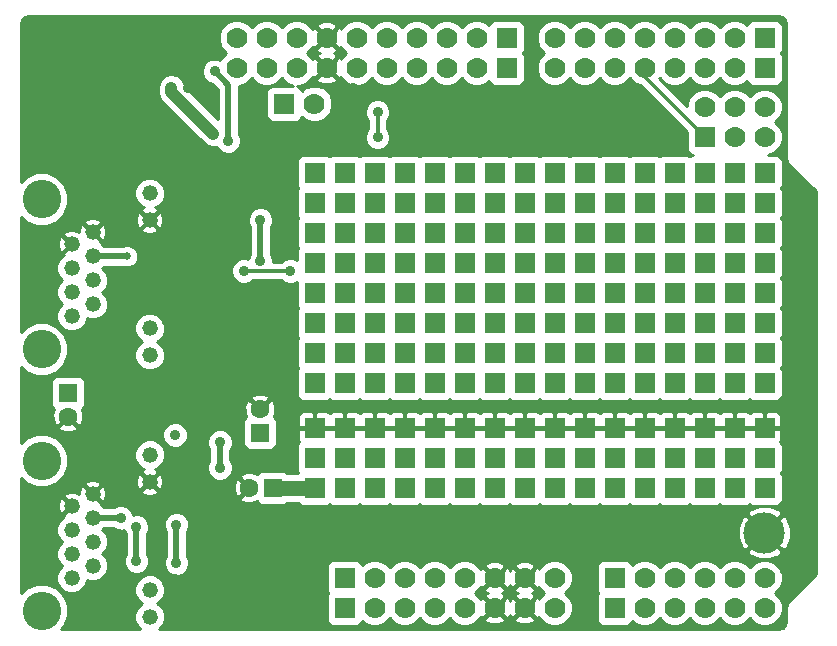
<source format=gbl>
%FSLAX34Y34*%
G04 Gerber Fmt 3.4, Leading zero omitted, Abs format*
G04 (created by PCBNEW (2014-03-19 BZR 4756)-product) date Tue 16 Sep 2014 15:57:37 BRT*
%MOIN*%
G01*
G70*
G90*
G04 APERTURE LIST*
%ADD10C,0.005906*%
%ADD11C,0.137795*%
%ADD12C,0.070000*%
%ADD13R,0.070000X0.070000*%
%ADD14C,0.062992*%
%ADD15R,0.062992X0.062992*%
%ADD16C,0.052000*%
%ADD17C,0.128000*%
%ADD18C,0.035000*%
%ADD19C,0.025000*%
%ADD20C,0.040000*%
%ADD21C,0.050000*%
%ADD22C,0.020000*%
%ADD23C,0.015000*%
%ADD24C,0.012000*%
%ADD25C,0.010000*%
G04 APERTURE END LIST*
G54D10*
G54D11*
X25052Y-17500D03*
G54D12*
X25060Y-20000D03*
X24060Y-20000D03*
X23060Y-20000D03*
G54D13*
X20060Y-20000D03*
G54D12*
X21060Y-20000D03*
X22060Y-20000D03*
X25060Y-19000D03*
X24060Y-19000D03*
X23060Y-19000D03*
G54D13*
X20060Y-19000D03*
G54D12*
X21060Y-19000D03*
X22060Y-19000D03*
G54D14*
X1840Y-13633D03*
G54D15*
X1840Y-12846D03*
G54D14*
X7876Y-16000D03*
G54D15*
X8663Y-16000D03*
G54D14*
X8240Y-13376D03*
G54D15*
X8240Y-14163D03*
G54D12*
X7460Y-1000D03*
X10460Y-1000D03*
X11460Y-1000D03*
X9460Y-1000D03*
X8460Y-1000D03*
X12460Y-1000D03*
X13460Y-1000D03*
G54D13*
X16460Y-1000D03*
G54D12*
X15460Y-1000D03*
X14460Y-1000D03*
X7460Y-2000D03*
X10460Y-2000D03*
X11460Y-2000D03*
X9460Y-2000D03*
X8460Y-2000D03*
X12460Y-2000D03*
X13460Y-2000D03*
G54D13*
X16460Y-2000D03*
G54D12*
X15460Y-2000D03*
X14460Y-2000D03*
X19060Y-1000D03*
X20060Y-1000D03*
X18060Y-1000D03*
X21060Y-1000D03*
X22060Y-1000D03*
G54D13*
X25060Y-1000D03*
G54D12*
X24060Y-1000D03*
X23060Y-1000D03*
X19060Y-2000D03*
X20060Y-2000D03*
X18060Y-2000D03*
X21060Y-2000D03*
X22060Y-2000D03*
G54D13*
X25060Y-2000D03*
G54D12*
X24060Y-2000D03*
X23060Y-2000D03*
G54D16*
X4560Y-11580D03*
X4560Y-10680D03*
X4560Y-7080D03*
X4560Y-6180D03*
X2660Y-7480D03*
X2660Y-8280D03*
X2660Y-9080D03*
X2660Y-9880D03*
X1960Y-8680D03*
X1960Y-9480D03*
X1960Y-7880D03*
X1960Y-10280D03*
G54D17*
X960Y-11380D03*
X960Y-6380D03*
G54D16*
X4560Y-20300D03*
X4560Y-19400D03*
X4560Y-15800D03*
X4560Y-14900D03*
X2660Y-16200D03*
X2660Y-17000D03*
X2660Y-17800D03*
X2660Y-18600D03*
X1960Y-17400D03*
X1960Y-18200D03*
X1960Y-16600D03*
X1960Y-19000D03*
G54D17*
X960Y-20100D03*
X960Y-15100D03*
G54D13*
X23060Y-4300D03*
G54D12*
X23060Y-3300D03*
X24060Y-4300D03*
X24060Y-3300D03*
X25060Y-4300D03*
X25060Y-3300D03*
X17060Y-20000D03*
X16060Y-20000D03*
X18060Y-20000D03*
X15060Y-20000D03*
X14060Y-20000D03*
G54D13*
X11060Y-20000D03*
G54D12*
X12060Y-20000D03*
X13060Y-20000D03*
X17060Y-19000D03*
X16060Y-19000D03*
X18060Y-19000D03*
X15060Y-19000D03*
X14060Y-19000D03*
G54D13*
X11060Y-19000D03*
G54D12*
X12060Y-19000D03*
X13060Y-19000D03*
G54D13*
X25060Y-11500D03*
X24060Y-11500D03*
X23060Y-11500D03*
X22060Y-11500D03*
X21060Y-11500D03*
X20060Y-11500D03*
X19060Y-11500D03*
X16060Y-11500D03*
X15060Y-11500D03*
X17060Y-11500D03*
X18060Y-11500D03*
X14060Y-11500D03*
X13060Y-11500D03*
X10060Y-11500D03*
X11060Y-11500D03*
X12060Y-11500D03*
X12060Y-12500D03*
X11060Y-12500D03*
X10060Y-12500D03*
X13060Y-12500D03*
X14060Y-12500D03*
X18060Y-12500D03*
X17060Y-12500D03*
X15060Y-12500D03*
X16060Y-12500D03*
X19060Y-12500D03*
X20060Y-12500D03*
X21060Y-12500D03*
X22060Y-12500D03*
X23060Y-12500D03*
X24060Y-12500D03*
X25060Y-12500D03*
X25060Y-10500D03*
X24060Y-10500D03*
X23060Y-10500D03*
X22060Y-10500D03*
X21060Y-10500D03*
X20060Y-10500D03*
X19060Y-10500D03*
X16060Y-10500D03*
X15060Y-10500D03*
X17060Y-10500D03*
X18060Y-10500D03*
X14060Y-10500D03*
X13060Y-10500D03*
X10060Y-10500D03*
X11060Y-10500D03*
X12060Y-10500D03*
X12060Y-9500D03*
X11060Y-9500D03*
X10060Y-9500D03*
X13060Y-9500D03*
X14060Y-9500D03*
X18060Y-9500D03*
X17060Y-9500D03*
X15060Y-9500D03*
X16060Y-9500D03*
X19060Y-9500D03*
X20060Y-9500D03*
X21060Y-9500D03*
X22060Y-9500D03*
X23060Y-9500D03*
X24060Y-9500D03*
X25060Y-9500D03*
X25060Y-8500D03*
X24060Y-8500D03*
X23060Y-8500D03*
X22060Y-8500D03*
X21060Y-8500D03*
X20060Y-8500D03*
X19060Y-8500D03*
X16060Y-8500D03*
X15060Y-8500D03*
X17060Y-8500D03*
X18060Y-8500D03*
X14060Y-8500D03*
X13060Y-8500D03*
X10060Y-8500D03*
X11060Y-8500D03*
X12060Y-8500D03*
X12060Y-7500D03*
X11060Y-7500D03*
X10060Y-7500D03*
X13060Y-7500D03*
X14060Y-7500D03*
X18060Y-7500D03*
X17060Y-7500D03*
X15060Y-7500D03*
X16060Y-7500D03*
X19060Y-7500D03*
X20060Y-7500D03*
X21060Y-7500D03*
X22060Y-7500D03*
X23060Y-7500D03*
X24060Y-7500D03*
X25060Y-7500D03*
X25060Y-6500D03*
X24060Y-6500D03*
X23060Y-6500D03*
X22060Y-6500D03*
X21060Y-6500D03*
X20060Y-6500D03*
X19060Y-6500D03*
X16060Y-6500D03*
X15060Y-6500D03*
X17060Y-6500D03*
X18060Y-6500D03*
X14060Y-6500D03*
X13060Y-6500D03*
X10060Y-6500D03*
X11060Y-6500D03*
X12060Y-6500D03*
X12060Y-5500D03*
X11060Y-5500D03*
X10060Y-5500D03*
X13060Y-5500D03*
X14060Y-5500D03*
X18060Y-5500D03*
X17060Y-5500D03*
X15060Y-5500D03*
X16060Y-5500D03*
X19060Y-5500D03*
X20060Y-5500D03*
X21060Y-5500D03*
X22060Y-5500D03*
X23060Y-5500D03*
X24060Y-5500D03*
X25060Y-5500D03*
X25060Y-15000D03*
X24060Y-15000D03*
X23060Y-15000D03*
X22060Y-15000D03*
X21060Y-15000D03*
X20060Y-15000D03*
X19060Y-15000D03*
X16060Y-15000D03*
X15060Y-15000D03*
X17060Y-15000D03*
X18060Y-15000D03*
X14060Y-15000D03*
X13060Y-15000D03*
X10060Y-15000D03*
X11060Y-15000D03*
X12060Y-15000D03*
X25060Y-16000D03*
X24060Y-16000D03*
X23060Y-16000D03*
X22060Y-16000D03*
X21060Y-16000D03*
X20060Y-16000D03*
X19060Y-16000D03*
X16060Y-16000D03*
X15060Y-16000D03*
X17060Y-16000D03*
X18060Y-16000D03*
X14060Y-16000D03*
X13060Y-16000D03*
X10060Y-16000D03*
X11060Y-16000D03*
X12060Y-16000D03*
X25060Y-14000D03*
X24060Y-14000D03*
X23060Y-14000D03*
X22060Y-14000D03*
X21060Y-14000D03*
X20060Y-14000D03*
X19060Y-14000D03*
X16060Y-14000D03*
X15060Y-14000D03*
X17060Y-14000D03*
X18060Y-14000D03*
X14060Y-14000D03*
X13060Y-14000D03*
X10060Y-14000D03*
X11060Y-14000D03*
X12060Y-14000D03*
X9052Y-3196D03*
G54D12*
X10052Y-3196D03*
G54D18*
X5410Y-14240D03*
X5288Y-2669D03*
X6685Y-4204D03*
X8670Y-16000D03*
X5453Y-18500D03*
X5453Y-17232D03*
X11339Y-2665D03*
X5827Y-2669D03*
X6045Y-4511D03*
X6953Y-10251D03*
G54D19*
X665Y-4900D03*
G54D18*
X2360Y-3200D03*
X26460Y-13860D03*
X26460Y-17180D03*
X16900Y-17620D03*
X12220Y-17620D03*
X12158Y-3476D03*
X12158Y-4318D03*
X7701Y-8771D03*
X9252Y-8771D03*
X3599Y-17000D03*
G54D19*
X3810Y-8280D03*
G54D18*
X4119Y-18440D03*
X4119Y-17314D03*
X7178Y-4437D03*
X8252Y-8448D03*
X6906Y-15338D03*
X6906Y-14480D03*
X8252Y-7078D03*
X6725Y-2118D03*
G54D20*
X5288Y-2807D02*
X5288Y-2669D01*
X6685Y-4204D02*
X5288Y-2807D01*
G54D21*
X10060Y-16000D02*
X8670Y-16000D01*
G54D22*
X5453Y-17232D02*
X5453Y-18500D01*
G54D23*
X6045Y-4511D02*
X6044Y-4511D01*
G54D24*
X12158Y-4318D02*
X12158Y-3476D01*
X9252Y-8771D02*
X7701Y-8771D01*
X21060Y-2000D02*
X21060Y-2300D01*
X21060Y-2300D02*
X23060Y-4300D01*
G54D22*
X3599Y-17000D02*
X2660Y-17000D01*
X2660Y-8280D02*
X3810Y-8280D01*
X4119Y-18440D02*
X4119Y-17314D01*
X7178Y-4437D02*
X7178Y-2570D01*
X8252Y-8448D02*
X8252Y-7078D01*
X6906Y-15338D02*
X6906Y-14480D01*
X7178Y-2570D02*
X6725Y-2118D01*
G54D10*
G36*
X26770Y-18880D02*
X25943Y-19707D01*
X25943Y-17333D01*
X25811Y-17005D01*
X25799Y-16987D01*
X25675Y-16912D01*
X25660Y-16927D01*
X25660Y-4181D01*
X25568Y-3960D01*
X25408Y-3799D01*
X25568Y-3640D01*
X25659Y-3419D01*
X25660Y-3181D01*
X25568Y-2960D01*
X25400Y-2791D01*
X25179Y-2700D01*
X24941Y-2699D01*
X24720Y-2791D01*
X24559Y-2951D01*
X24400Y-2791D01*
X24179Y-2700D01*
X23941Y-2699D01*
X23720Y-2791D01*
X23559Y-2951D01*
X23400Y-2791D01*
X23179Y-2700D01*
X22941Y-2699D01*
X22720Y-2791D01*
X22551Y-2959D01*
X22460Y-3180D01*
X22460Y-3261D01*
X21553Y-2355D01*
X21560Y-2348D01*
X21719Y-2508D01*
X21940Y-2599D01*
X22178Y-2600D01*
X22399Y-2508D01*
X22560Y-2348D01*
X22719Y-2508D01*
X22940Y-2599D01*
X23178Y-2600D01*
X23399Y-2508D01*
X23560Y-2348D01*
X23719Y-2508D01*
X23940Y-2599D01*
X24178Y-2600D01*
X24399Y-2508D01*
X24474Y-2434D01*
X24498Y-2491D01*
X24568Y-2561D01*
X24660Y-2600D01*
X24759Y-2600D01*
X25459Y-2600D01*
X25551Y-2561D01*
X25621Y-2491D01*
X25660Y-2399D01*
X25660Y-2300D01*
X25660Y-1600D01*
X25621Y-1508D01*
X25613Y-1500D01*
X25621Y-1491D01*
X25660Y-1399D01*
X25660Y-1300D01*
X25660Y-600D01*
X25621Y-508D01*
X25551Y-438D01*
X25459Y-400D01*
X25360Y-400D01*
X24660Y-400D01*
X24568Y-438D01*
X24498Y-508D01*
X24474Y-565D01*
X24400Y-491D01*
X24179Y-400D01*
X23941Y-399D01*
X23720Y-491D01*
X23559Y-651D01*
X23400Y-491D01*
X23179Y-400D01*
X22941Y-399D01*
X22720Y-491D01*
X22559Y-651D01*
X22400Y-491D01*
X22179Y-400D01*
X21941Y-399D01*
X21720Y-491D01*
X21559Y-651D01*
X21400Y-491D01*
X21179Y-400D01*
X20941Y-399D01*
X20720Y-491D01*
X20559Y-651D01*
X20400Y-491D01*
X20179Y-400D01*
X19941Y-399D01*
X19720Y-491D01*
X19559Y-651D01*
X19400Y-491D01*
X19179Y-400D01*
X18941Y-399D01*
X18720Y-491D01*
X18559Y-651D01*
X18400Y-491D01*
X18179Y-400D01*
X17941Y-399D01*
X17720Y-491D01*
X17551Y-659D01*
X17460Y-880D01*
X17459Y-1118D01*
X17551Y-1339D01*
X17711Y-1500D01*
X17551Y-1659D01*
X17460Y-1880D01*
X17459Y-2118D01*
X17551Y-2339D01*
X17719Y-2508D01*
X17940Y-2599D01*
X18178Y-2600D01*
X18399Y-2508D01*
X18560Y-2348D01*
X18719Y-2508D01*
X18940Y-2599D01*
X19178Y-2600D01*
X19399Y-2508D01*
X19560Y-2348D01*
X19719Y-2508D01*
X19940Y-2599D01*
X20178Y-2600D01*
X20399Y-2508D01*
X20560Y-2348D01*
X20719Y-2508D01*
X20908Y-2586D01*
X22460Y-4138D01*
X22460Y-4699D01*
X22498Y-4791D01*
X22568Y-4861D01*
X22660Y-4900D01*
X22568Y-4938D01*
X22560Y-4946D01*
X22551Y-4938D01*
X22459Y-4900D01*
X22360Y-4900D01*
X21660Y-4900D01*
X21568Y-4938D01*
X21560Y-4946D01*
X21551Y-4938D01*
X21459Y-4900D01*
X21360Y-4900D01*
X20660Y-4900D01*
X20568Y-4938D01*
X20560Y-4946D01*
X20551Y-4938D01*
X20459Y-4900D01*
X20360Y-4900D01*
X19660Y-4900D01*
X19568Y-4938D01*
X19560Y-4946D01*
X19551Y-4938D01*
X19459Y-4900D01*
X19360Y-4900D01*
X18660Y-4900D01*
X18568Y-4938D01*
X18560Y-4946D01*
X18551Y-4938D01*
X18459Y-4900D01*
X18360Y-4900D01*
X17660Y-4900D01*
X17568Y-4938D01*
X17560Y-4946D01*
X17551Y-4938D01*
X17459Y-4900D01*
X17360Y-4900D01*
X17060Y-4900D01*
X17060Y-2399D01*
X17060Y-2300D01*
X17060Y-1600D01*
X17021Y-1508D01*
X17013Y-1500D01*
X17021Y-1491D01*
X17060Y-1399D01*
X17060Y-1300D01*
X17060Y-600D01*
X17021Y-508D01*
X16951Y-438D01*
X16859Y-400D01*
X16760Y-400D01*
X16060Y-400D01*
X15968Y-438D01*
X15898Y-508D01*
X15874Y-565D01*
X15800Y-491D01*
X15579Y-400D01*
X15341Y-399D01*
X15120Y-491D01*
X14959Y-651D01*
X14800Y-491D01*
X14579Y-400D01*
X14341Y-399D01*
X14120Y-491D01*
X13959Y-651D01*
X13800Y-491D01*
X13579Y-400D01*
X13341Y-399D01*
X13120Y-491D01*
X12959Y-651D01*
X12800Y-491D01*
X12579Y-400D01*
X12341Y-399D01*
X12120Y-491D01*
X11959Y-651D01*
X11800Y-491D01*
X11579Y-400D01*
X11341Y-399D01*
X11120Y-491D01*
X10951Y-659D01*
X10933Y-703D01*
X10927Y-690D01*
X10838Y-656D01*
X10803Y-692D01*
X10803Y-621D01*
X10769Y-532D01*
X10566Y-449D01*
X10347Y-450D01*
X10150Y-532D01*
X10116Y-621D01*
X10460Y-964D01*
X10803Y-621D01*
X10803Y-692D01*
X10495Y-1000D01*
X10838Y-1343D01*
X10927Y-1309D01*
X10933Y-1296D01*
X10951Y-1339D01*
X11111Y-1500D01*
X10951Y-1659D01*
X10933Y-1703D01*
X10927Y-1690D01*
X10838Y-1656D01*
X10803Y-1692D01*
X10803Y-1621D01*
X10769Y-1532D01*
X10691Y-1500D01*
X10769Y-1467D01*
X10803Y-1378D01*
X10460Y-1035D01*
X10116Y-1378D01*
X10150Y-1467D01*
X10228Y-1499D01*
X10150Y-1532D01*
X10116Y-1621D01*
X10460Y-1964D01*
X10803Y-1621D01*
X10803Y-1692D01*
X10495Y-2000D01*
X10838Y-2343D01*
X10927Y-2309D01*
X10933Y-2296D01*
X10951Y-2339D01*
X11119Y-2508D01*
X11340Y-2599D01*
X11578Y-2600D01*
X11799Y-2508D01*
X11960Y-2348D01*
X12119Y-2508D01*
X12340Y-2599D01*
X12578Y-2600D01*
X12799Y-2508D01*
X12960Y-2348D01*
X13119Y-2508D01*
X13340Y-2599D01*
X13578Y-2600D01*
X13799Y-2508D01*
X13960Y-2348D01*
X14119Y-2508D01*
X14340Y-2599D01*
X14578Y-2600D01*
X14799Y-2508D01*
X14960Y-2348D01*
X15119Y-2508D01*
X15340Y-2599D01*
X15578Y-2600D01*
X15799Y-2508D01*
X15874Y-2434D01*
X15898Y-2491D01*
X15968Y-2561D01*
X16060Y-2600D01*
X16159Y-2600D01*
X16859Y-2600D01*
X16951Y-2561D01*
X17021Y-2491D01*
X17060Y-2399D01*
X17060Y-4900D01*
X16660Y-4900D01*
X16568Y-4938D01*
X16560Y-4946D01*
X16551Y-4938D01*
X16459Y-4900D01*
X16360Y-4900D01*
X15660Y-4900D01*
X15568Y-4938D01*
X15560Y-4946D01*
X15551Y-4938D01*
X15459Y-4900D01*
X15360Y-4900D01*
X14660Y-4900D01*
X14568Y-4938D01*
X14560Y-4946D01*
X14551Y-4938D01*
X14459Y-4900D01*
X14360Y-4900D01*
X13660Y-4900D01*
X13568Y-4938D01*
X13560Y-4946D01*
X13551Y-4938D01*
X13459Y-4900D01*
X13360Y-4900D01*
X12660Y-4900D01*
X12583Y-4931D01*
X12583Y-4234D01*
X12518Y-4078D01*
X12468Y-4027D01*
X12468Y-3767D01*
X12518Y-3717D01*
X12583Y-3561D01*
X12583Y-3392D01*
X12518Y-3235D01*
X12399Y-3116D01*
X12243Y-3051D01*
X12074Y-3051D01*
X11917Y-3115D01*
X11798Y-3235D01*
X11733Y-3391D01*
X11733Y-3560D01*
X11797Y-3716D01*
X11848Y-3767D01*
X11848Y-4027D01*
X11798Y-4077D01*
X11733Y-4233D01*
X11733Y-4403D01*
X11797Y-4559D01*
X11917Y-4678D01*
X12073Y-4743D01*
X12242Y-4743D01*
X12398Y-4679D01*
X12518Y-4559D01*
X12583Y-4403D01*
X12583Y-4234D01*
X12583Y-4931D01*
X12568Y-4938D01*
X12560Y-4946D01*
X12551Y-4938D01*
X12459Y-4900D01*
X12360Y-4900D01*
X11660Y-4900D01*
X11568Y-4938D01*
X11560Y-4946D01*
X11551Y-4938D01*
X11459Y-4900D01*
X11360Y-4900D01*
X10803Y-4900D01*
X10803Y-2378D01*
X10460Y-2035D01*
X10116Y-2378D01*
X10150Y-2467D01*
X10353Y-2550D01*
X10572Y-2549D01*
X10769Y-2467D01*
X10803Y-2378D01*
X10803Y-4900D01*
X10660Y-4900D01*
X10652Y-4903D01*
X10652Y-3078D01*
X10561Y-2857D01*
X10392Y-2688D01*
X10171Y-2596D01*
X9933Y-2596D01*
X9712Y-2687D01*
X9637Y-2762D01*
X9614Y-2705D01*
X9543Y-2634D01*
X9459Y-2599D01*
X9578Y-2600D01*
X9799Y-2508D01*
X9968Y-2340D01*
X9986Y-2296D01*
X9992Y-2309D01*
X10081Y-2343D01*
X10424Y-2000D01*
X10081Y-1656D01*
X9992Y-1690D01*
X9986Y-1703D01*
X9968Y-1660D01*
X9808Y-1499D01*
X9968Y-1340D01*
X9986Y-1296D01*
X9992Y-1309D01*
X10081Y-1343D01*
X10424Y-1000D01*
X10081Y-656D01*
X9992Y-690D01*
X9986Y-703D01*
X9968Y-660D01*
X9800Y-491D01*
X9579Y-400D01*
X9341Y-399D01*
X9120Y-491D01*
X8959Y-651D01*
X8800Y-491D01*
X8579Y-400D01*
X8341Y-399D01*
X8120Y-491D01*
X7959Y-651D01*
X7800Y-491D01*
X7579Y-400D01*
X7341Y-399D01*
X7120Y-491D01*
X6951Y-659D01*
X6860Y-880D01*
X6859Y-1118D01*
X6951Y-1339D01*
X7111Y-1500D01*
X6951Y-1659D01*
X6918Y-1738D01*
X6810Y-1693D01*
X6641Y-1693D01*
X6484Y-1757D01*
X6365Y-1877D01*
X6300Y-2033D01*
X6300Y-2202D01*
X6364Y-2358D01*
X6484Y-2478D01*
X6640Y-2543D01*
X6655Y-2543D01*
X6828Y-2715D01*
X6828Y-3710D01*
X5726Y-2608D01*
X5704Y-2497D01*
X5606Y-2351D01*
X5460Y-2253D01*
X5288Y-2219D01*
X5116Y-2253D01*
X4970Y-2351D01*
X4872Y-2497D01*
X4838Y-2669D01*
X4838Y-2807D01*
X4872Y-2979D01*
X4970Y-3125D01*
X6367Y-4522D01*
X6513Y-4620D01*
X6685Y-4654D01*
X6798Y-4632D01*
X6817Y-4677D01*
X6937Y-4797D01*
X7093Y-4861D01*
X7262Y-4862D01*
X7418Y-4797D01*
X7538Y-4678D01*
X7603Y-4521D01*
X7603Y-4352D01*
X7538Y-4196D01*
X7528Y-4186D01*
X7528Y-2600D01*
X7578Y-2600D01*
X7799Y-2508D01*
X7960Y-2348D01*
X8119Y-2508D01*
X8340Y-2599D01*
X8578Y-2600D01*
X8799Y-2508D01*
X8960Y-2348D01*
X9119Y-2508D01*
X9332Y-2596D01*
X8652Y-2596D01*
X8560Y-2634D01*
X8490Y-2705D01*
X8452Y-2797D01*
X8452Y-2896D01*
X8452Y-3596D01*
X8490Y-3688D01*
X8560Y-3758D01*
X8652Y-3796D01*
X8751Y-3796D01*
X9451Y-3796D01*
X9543Y-3758D01*
X9614Y-3688D01*
X9637Y-3631D01*
X9711Y-3705D01*
X9932Y-3796D01*
X10170Y-3796D01*
X10391Y-3705D01*
X10560Y-3537D01*
X10652Y-3316D01*
X10652Y-3078D01*
X10652Y-4903D01*
X10568Y-4938D01*
X10560Y-4946D01*
X10551Y-4938D01*
X10459Y-4900D01*
X10360Y-4900D01*
X9660Y-4900D01*
X9568Y-4938D01*
X9498Y-5008D01*
X9460Y-5100D01*
X9460Y-5199D01*
X9460Y-5899D01*
X9498Y-5991D01*
X9506Y-5999D01*
X9498Y-6008D01*
X9460Y-6100D01*
X9460Y-6199D01*
X9460Y-6899D01*
X9498Y-6991D01*
X9506Y-6999D01*
X9498Y-7008D01*
X9460Y-7100D01*
X9460Y-7199D01*
X9460Y-7899D01*
X9498Y-7991D01*
X9506Y-7999D01*
X9498Y-8008D01*
X9460Y-8100D01*
X9460Y-8199D01*
X9460Y-8397D01*
X9337Y-8346D01*
X9168Y-8346D01*
X9012Y-8411D01*
X8961Y-8461D01*
X8677Y-8461D01*
X8677Y-8364D01*
X8613Y-8208D01*
X8602Y-8197D01*
X8602Y-7329D01*
X8613Y-7319D01*
X8677Y-7163D01*
X8677Y-6994D01*
X8613Y-6838D01*
X8493Y-6718D01*
X8337Y-6653D01*
X8168Y-6653D01*
X8012Y-6718D01*
X7892Y-6837D01*
X7827Y-6993D01*
X7827Y-7162D01*
X7892Y-7319D01*
X7902Y-7329D01*
X7902Y-8197D01*
X7892Y-8207D01*
X7827Y-8363D01*
X7786Y-8346D01*
X7617Y-8346D01*
X7461Y-8411D01*
X7341Y-8530D01*
X7276Y-8686D01*
X7276Y-8855D01*
X7341Y-9012D01*
X7460Y-9131D01*
X7616Y-9196D01*
X7785Y-9196D01*
X7942Y-9132D01*
X7992Y-9081D01*
X8961Y-9081D01*
X9011Y-9131D01*
X9168Y-9196D01*
X9337Y-9196D01*
X9460Y-9145D01*
X9460Y-9199D01*
X9460Y-9899D01*
X9498Y-9991D01*
X9506Y-9999D01*
X9498Y-10008D01*
X9460Y-10100D01*
X9460Y-10199D01*
X9460Y-10899D01*
X9498Y-10991D01*
X9506Y-10999D01*
X9498Y-11008D01*
X9460Y-11100D01*
X9460Y-11199D01*
X9460Y-11899D01*
X9498Y-11991D01*
X9506Y-11999D01*
X9498Y-12008D01*
X9460Y-12100D01*
X9460Y-12199D01*
X9460Y-12899D01*
X9498Y-12991D01*
X9568Y-13061D01*
X9660Y-13100D01*
X9759Y-13100D01*
X10459Y-13100D01*
X10551Y-13061D01*
X10559Y-13053D01*
X10568Y-13061D01*
X10660Y-13100D01*
X10759Y-13100D01*
X11459Y-13100D01*
X11551Y-13061D01*
X11559Y-13053D01*
X11568Y-13061D01*
X11660Y-13100D01*
X11759Y-13100D01*
X12459Y-13100D01*
X12551Y-13061D01*
X12559Y-13053D01*
X12568Y-13061D01*
X12660Y-13100D01*
X12759Y-13100D01*
X13459Y-13100D01*
X13551Y-13061D01*
X13559Y-13053D01*
X13568Y-13061D01*
X13660Y-13100D01*
X13759Y-13100D01*
X14459Y-13100D01*
X14551Y-13061D01*
X14559Y-13053D01*
X14568Y-13061D01*
X14660Y-13100D01*
X14759Y-13100D01*
X15459Y-13100D01*
X15551Y-13061D01*
X15559Y-13053D01*
X15568Y-13061D01*
X15660Y-13100D01*
X15759Y-13100D01*
X16459Y-13100D01*
X16551Y-13061D01*
X16559Y-13053D01*
X16568Y-13061D01*
X16660Y-13100D01*
X16759Y-13100D01*
X17459Y-13100D01*
X17551Y-13061D01*
X17559Y-13053D01*
X17568Y-13061D01*
X17660Y-13100D01*
X17759Y-13100D01*
X18459Y-13100D01*
X18551Y-13061D01*
X18559Y-13053D01*
X18568Y-13061D01*
X18660Y-13100D01*
X18759Y-13100D01*
X19459Y-13100D01*
X19551Y-13061D01*
X19559Y-13053D01*
X19568Y-13061D01*
X19660Y-13100D01*
X19759Y-13100D01*
X20459Y-13100D01*
X20551Y-13061D01*
X20559Y-13053D01*
X20568Y-13061D01*
X20660Y-13100D01*
X20759Y-13100D01*
X21459Y-13100D01*
X21551Y-13061D01*
X21559Y-13053D01*
X21568Y-13061D01*
X21660Y-13100D01*
X21759Y-13100D01*
X22459Y-13100D01*
X22551Y-13061D01*
X22559Y-13053D01*
X22568Y-13061D01*
X22660Y-13100D01*
X22759Y-13100D01*
X23459Y-13100D01*
X23551Y-13061D01*
X23559Y-13053D01*
X23568Y-13061D01*
X23660Y-13100D01*
X23759Y-13100D01*
X24459Y-13100D01*
X24551Y-13061D01*
X24559Y-13053D01*
X24568Y-13061D01*
X24660Y-13100D01*
X24759Y-13100D01*
X25459Y-13100D01*
X25551Y-13061D01*
X25621Y-12991D01*
X25660Y-12899D01*
X25660Y-12800D01*
X25660Y-12100D01*
X25621Y-12008D01*
X25613Y-12000D01*
X25621Y-11991D01*
X25660Y-11899D01*
X25660Y-11800D01*
X25660Y-11100D01*
X25621Y-11008D01*
X25613Y-11000D01*
X25621Y-10991D01*
X25660Y-10899D01*
X25660Y-10800D01*
X25660Y-10100D01*
X25621Y-10008D01*
X25613Y-10000D01*
X25621Y-9991D01*
X25660Y-9899D01*
X25660Y-9800D01*
X25660Y-9100D01*
X25621Y-9008D01*
X25613Y-9000D01*
X25621Y-8991D01*
X25660Y-8899D01*
X25660Y-8800D01*
X25660Y-8100D01*
X25621Y-8008D01*
X25613Y-8000D01*
X25621Y-7991D01*
X25660Y-7899D01*
X25660Y-7800D01*
X25660Y-7100D01*
X25621Y-7008D01*
X25613Y-7000D01*
X25621Y-6991D01*
X25660Y-6899D01*
X25660Y-6800D01*
X25660Y-6100D01*
X25621Y-6008D01*
X25613Y-6000D01*
X25621Y-5991D01*
X25660Y-5899D01*
X25660Y-5800D01*
X25660Y-5100D01*
X25621Y-5008D01*
X25551Y-4938D01*
X25459Y-4900D01*
X25360Y-4900D01*
X25179Y-4900D01*
X25399Y-4808D01*
X25568Y-4640D01*
X25659Y-4419D01*
X25660Y-4181D01*
X25660Y-16927D01*
X25660Y-16927D01*
X25660Y-16399D01*
X25660Y-16300D01*
X25660Y-15600D01*
X25621Y-15508D01*
X25613Y-15500D01*
X25621Y-15491D01*
X25660Y-15399D01*
X25660Y-15300D01*
X25660Y-14600D01*
X25621Y-14508D01*
X25578Y-14464D01*
X25579Y-14463D01*
X25610Y-14389D01*
X25610Y-14310D01*
X25610Y-14075D01*
X25610Y-13925D01*
X25610Y-13689D01*
X25610Y-13610D01*
X25579Y-13536D01*
X25523Y-13480D01*
X25449Y-13450D01*
X25135Y-13450D01*
X25085Y-13500D01*
X25085Y-13975D01*
X25560Y-13975D01*
X25610Y-13925D01*
X25610Y-14075D01*
X25560Y-14025D01*
X25085Y-14025D01*
X25085Y-14032D01*
X25035Y-14032D01*
X25035Y-14025D01*
X25035Y-13975D01*
X25035Y-13500D01*
X24985Y-13450D01*
X24670Y-13450D01*
X24596Y-13480D01*
X24560Y-13517D01*
X24523Y-13480D01*
X24449Y-13450D01*
X24135Y-13450D01*
X24085Y-13500D01*
X24085Y-13975D01*
X24560Y-13975D01*
X25035Y-13975D01*
X25035Y-14025D01*
X24560Y-14025D01*
X24085Y-14025D01*
X24085Y-14032D01*
X24035Y-14032D01*
X24035Y-14025D01*
X24035Y-13975D01*
X24035Y-13500D01*
X23985Y-13450D01*
X23670Y-13450D01*
X23596Y-13480D01*
X23560Y-13517D01*
X23523Y-13480D01*
X23449Y-13450D01*
X23135Y-13450D01*
X23085Y-13500D01*
X23085Y-13975D01*
X23560Y-13975D01*
X24035Y-13975D01*
X24035Y-14025D01*
X23560Y-14025D01*
X23085Y-14025D01*
X23085Y-14032D01*
X23035Y-14032D01*
X23035Y-14025D01*
X23035Y-13975D01*
X23035Y-13500D01*
X22985Y-13450D01*
X22670Y-13450D01*
X22596Y-13480D01*
X22560Y-13517D01*
X22523Y-13480D01*
X22449Y-13450D01*
X22135Y-13450D01*
X22085Y-13500D01*
X22085Y-13975D01*
X22560Y-13975D01*
X23035Y-13975D01*
X23035Y-14025D01*
X22560Y-14025D01*
X22085Y-14025D01*
X22085Y-14032D01*
X22035Y-14032D01*
X22035Y-14025D01*
X22035Y-13975D01*
X22035Y-13500D01*
X21985Y-13450D01*
X21670Y-13450D01*
X21596Y-13480D01*
X21560Y-13517D01*
X21523Y-13480D01*
X21449Y-13450D01*
X21135Y-13450D01*
X21085Y-13500D01*
X21085Y-13975D01*
X21560Y-13975D01*
X22035Y-13975D01*
X22035Y-14025D01*
X21560Y-14025D01*
X21085Y-14025D01*
X21085Y-14032D01*
X21035Y-14032D01*
X21035Y-14025D01*
X21035Y-13975D01*
X21035Y-13500D01*
X20985Y-13450D01*
X20670Y-13450D01*
X20596Y-13480D01*
X20560Y-13517D01*
X20523Y-13480D01*
X20449Y-13450D01*
X20135Y-13450D01*
X20085Y-13500D01*
X20085Y-13975D01*
X20560Y-13975D01*
X21035Y-13975D01*
X21035Y-14025D01*
X20560Y-14025D01*
X20085Y-14025D01*
X20085Y-14032D01*
X20035Y-14032D01*
X20035Y-14025D01*
X20035Y-13975D01*
X20035Y-13500D01*
X19985Y-13450D01*
X19670Y-13450D01*
X19596Y-13480D01*
X19560Y-13517D01*
X19523Y-13480D01*
X19449Y-13450D01*
X19135Y-13450D01*
X19085Y-13500D01*
X19085Y-13975D01*
X19560Y-13975D01*
X20035Y-13975D01*
X20035Y-14025D01*
X19560Y-14025D01*
X19085Y-14025D01*
X19085Y-14032D01*
X19035Y-14032D01*
X19035Y-14025D01*
X19035Y-13975D01*
X19035Y-13500D01*
X18985Y-13450D01*
X18670Y-13450D01*
X18596Y-13480D01*
X18560Y-13517D01*
X18523Y-13480D01*
X18449Y-13450D01*
X18135Y-13450D01*
X18085Y-13500D01*
X18085Y-13975D01*
X18560Y-13975D01*
X19035Y-13975D01*
X19035Y-14025D01*
X18560Y-14025D01*
X18085Y-14025D01*
X18085Y-14032D01*
X18035Y-14032D01*
X18035Y-14025D01*
X18035Y-13975D01*
X18035Y-13500D01*
X17985Y-13450D01*
X17670Y-13450D01*
X17596Y-13480D01*
X17560Y-13517D01*
X17523Y-13480D01*
X17449Y-13450D01*
X17135Y-13450D01*
X17085Y-13500D01*
X17085Y-13975D01*
X17560Y-13975D01*
X18035Y-13975D01*
X18035Y-14025D01*
X17560Y-14025D01*
X17085Y-14025D01*
X17085Y-14032D01*
X17035Y-14032D01*
X17035Y-14025D01*
X17035Y-13975D01*
X17035Y-13500D01*
X16985Y-13450D01*
X16670Y-13450D01*
X16596Y-13480D01*
X16560Y-13517D01*
X16523Y-13480D01*
X16449Y-13450D01*
X16135Y-13450D01*
X16085Y-13500D01*
X16085Y-13975D01*
X16560Y-13975D01*
X17035Y-13975D01*
X17035Y-14025D01*
X16560Y-14025D01*
X16085Y-14025D01*
X16085Y-14032D01*
X16035Y-14032D01*
X16035Y-14025D01*
X16035Y-13975D01*
X16035Y-13500D01*
X15985Y-13450D01*
X15670Y-13450D01*
X15596Y-13480D01*
X15560Y-13517D01*
X15523Y-13480D01*
X15449Y-13450D01*
X15135Y-13450D01*
X15085Y-13500D01*
X15085Y-13975D01*
X15560Y-13975D01*
X16035Y-13975D01*
X16035Y-14025D01*
X15560Y-14025D01*
X15085Y-14025D01*
X15085Y-14032D01*
X15035Y-14032D01*
X15035Y-14025D01*
X15035Y-13975D01*
X15035Y-13500D01*
X14985Y-13450D01*
X14670Y-13450D01*
X14596Y-13480D01*
X14560Y-13517D01*
X14523Y-13480D01*
X14449Y-13450D01*
X14135Y-13450D01*
X14085Y-13500D01*
X14085Y-13975D01*
X14560Y-13975D01*
X15035Y-13975D01*
X15035Y-14025D01*
X14560Y-14025D01*
X14085Y-14025D01*
X14085Y-14032D01*
X14035Y-14032D01*
X14035Y-14025D01*
X14035Y-13975D01*
X14035Y-13500D01*
X13985Y-13450D01*
X13670Y-13450D01*
X13596Y-13480D01*
X13560Y-13517D01*
X13523Y-13480D01*
X13449Y-13450D01*
X13135Y-13450D01*
X13085Y-13500D01*
X13085Y-13975D01*
X13560Y-13975D01*
X14035Y-13975D01*
X14035Y-14025D01*
X13560Y-14025D01*
X13085Y-14025D01*
X13085Y-14032D01*
X13035Y-14032D01*
X13035Y-14025D01*
X13035Y-13975D01*
X13035Y-13500D01*
X12985Y-13450D01*
X12670Y-13450D01*
X12596Y-13480D01*
X12560Y-13517D01*
X12523Y-13480D01*
X12449Y-13450D01*
X12135Y-13450D01*
X12085Y-13500D01*
X12085Y-13975D01*
X12560Y-13975D01*
X13035Y-13975D01*
X13035Y-14025D01*
X12560Y-14025D01*
X12085Y-14025D01*
X12085Y-14032D01*
X12035Y-14032D01*
X12035Y-14025D01*
X12035Y-13975D01*
X12035Y-13500D01*
X11985Y-13450D01*
X11670Y-13450D01*
X11596Y-13480D01*
X11560Y-13517D01*
X11523Y-13480D01*
X11449Y-13450D01*
X11135Y-13450D01*
X11085Y-13500D01*
X11085Y-13975D01*
X11560Y-13975D01*
X12035Y-13975D01*
X12035Y-14025D01*
X11560Y-14025D01*
X11085Y-14025D01*
X11085Y-14032D01*
X11035Y-14032D01*
X11035Y-14025D01*
X11035Y-13975D01*
X11035Y-13500D01*
X10985Y-13450D01*
X10670Y-13450D01*
X10596Y-13480D01*
X10560Y-13517D01*
X10523Y-13480D01*
X10449Y-13450D01*
X10135Y-13450D01*
X10085Y-13500D01*
X10085Y-13975D01*
X10560Y-13975D01*
X11035Y-13975D01*
X11035Y-14025D01*
X10560Y-14025D01*
X10085Y-14025D01*
X10085Y-14032D01*
X10035Y-14032D01*
X10035Y-14025D01*
X10035Y-13975D01*
X10035Y-13500D01*
X9985Y-13450D01*
X9670Y-13450D01*
X9596Y-13480D01*
X9540Y-13536D01*
X9510Y-13610D01*
X9510Y-13689D01*
X9510Y-13925D01*
X9560Y-13975D01*
X10035Y-13975D01*
X10035Y-14025D01*
X9560Y-14025D01*
X9510Y-14075D01*
X9510Y-14310D01*
X9510Y-14389D01*
X9540Y-14463D01*
X9541Y-14464D01*
X9498Y-14508D01*
X9460Y-14600D01*
X9460Y-14699D01*
X9460Y-15399D01*
X9498Y-15491D01*
X9506Y-15499D01*
X9506Y-15500D01*
X9147Y-15500D01*
X9120Y-15473D01*
X9028Y-15435D01*
X8928Y-15435D01*
X8804Y-15435D01*
X8804Y-14528D01*
X8804Y-14428D01*
X8804Y-13799D01*
X8766Y-13707D01*
X8696Y-13636D01*
X8691Y-13634D01*
X8755Y-13474D01*
X8754Y-13269D01*
X8678Y-13088D01*
X8593Y-13058D01*
X8557Y-13093D01*
X8557Y-13023D01*
X8528Y-12937D01*
X8338Y-12860D01*
X8133Y-12862D01*
X7951Y-12937D01*
X7922Y-13023D01*
X8240Y-13340D01*
X8557Y-13023D01*
X8557Y-13093D01*
X8275Y-13376D01*
X8280Y-13381D01*
X8245Y-13417D01*
X8240Y-13411D01*
X8234Y-13417D01*
X8199Y-13381D01*
X8204Y-13376D01*
X7886Y-13058D01*
X7801Y-13088D01*
X7724Y-13278D01*
X7725Y-13483D01*
X7788Y-13634D01*
X7783Y-13636D01*
X7713Y-13707D01*
X7675Y-13799D01*
X7675Y-13898D01*
X7675Y-14528D01*
X7713Y-14620D01*
X7783Y-14690D01*
X7875Y-14728D01*
X7974Y-14728D01*
X8604Y-14728D01*
X8696Y-14690D01*
X8766Y-14620D01*
X8804Y-14528D01*
X8804Y-15435D01*
X8299Y-15435D01*
X8207Y-15473D01*
X8136Y-15543D01*
X8134Y-15548D01*
X7974Y-15484D01*
X7769Y-15485D01*
X7588Y-15561D01*
X7558Y-15646D01*
X7876Y-15964D01*
X7881Y-15959D01*
X7917Y-15994D01*
X7911Y-16000D01*
X7917Y-16005D01*
X7881Y-16040D01*
X7876Y-16035D01*
X7840Y-16070D01*
X7840Y-16000D01*
X7523Y-15682D01*
X7437Y-15711D01*
X7360Y-15901D01*
X7362Y-16106D01*
X7437Y-16288D01*
X7523Y-16317D01*
X7840Y-16000D01*
X7840Y-16070D01*
X7558Y-16353D01*
X7588Y-16438D01*
X7778Y-16515D01*
X7983Y-16514D01*
X8134Y-16451D01*
X8136Y-16456D01*
X8207Y-16526D01*
X8299Y-16564D01*
X8398Y-16564D01*
X9028Y-16564D01*
X9120Y-16526D01*
X9147Y-16500D01*
X9506Y-16500D01*
X9568Y-16561D01*
X9660Y-16600D01*
X9759Y-16600D01*
X10459Y-16600D01*
X10551Y-16561D01*
X10559Y-16553D01*
X10568Y-16561D01*
X10660Y-16600D01*
X10759Y-16600D01*
X11459Y-16600D01*
X11551Y-16561D01*
X11559Y-16553D01*
X11568Y-16561D01*
X11660Y-16600D01*
X11759Y-16600D01*
X12459Y-16600D01*
X12551Y-16561D01*
X12559Y-16553D01*
X12568Y-16561D01*
X12660Y-16600D01*
X12759Y-16600D01*
X13459Y-16600D01*
X13551Y-16561D01*
X13559Y-16553D01*
X13568Y-16561D01*
X13660Y-16600D01*
X13759Y-16600D01*
X14459Y-16600D01*
X14551Y-16561D01*
X14559Y-16553D01*
X14568Y-16561D01*
X14660Y-16600D01*
X14759Y-16600D01*
X15459Y-16600D01*
X15551Y-16561D01*
X15559Y-16553D01*
X15568Y-16561D01*
X15660Y-16600D01*
X15759Y-16600D01*
X16459Y-16600D01*
X16551Y-16561D01*
X16559Y-16553D01*
X16568Y-16561D01*
X16660Y-16600D01*
X16759Y-16600D01*
X17459Y-16600D01*
X17551Y-16561D01*
X17559Y-16553D01*
X17568Y-16561D01*
X17660Y-16600D01*
X17759Y-16600D01*
X18459Y-16600D01*
X18551Y-16561D01*
X18559Y-16553D01*
X18568Y-16561D01*
X18660Y-16600D01*
X18759Y-16600D01*
X19459Y-16600D01*
X19551Y-16561D01*
X19559Y-16553D01*
X19568Y-16561D01*
X19660Y-16600D01*
X19759Y-16600D01*
X20459Y-16600D01*
X20551Y-16561D01*
X20559Y-16553D01*
X20568Y-16561D01*
X20660Y-16600D01*
X20759Y-16600D01*
X21459Y-16600D01*
X21551Y-16561D01*
X21559Y-16553D01*
X21568Y-16561D01*
X21660Y-16600D01*
X21759Y-16600D01*
X22459Y-16600D01*
X22551Y-16561D01*
X22559Y-16553D01*
X22568Y-16561D01*
X22660Y-16600D01*
X22759Y-16600D01*
X23459Y-16600D01*
X23551Y-16561D01*
X23559Y-16553D01*
X23568Y-16561D01*
X23660Y-16600D01*
X23759Y-16600D01*
X24459Y-16600D01*
X24551Y-16561D01*
X24559Y-16553D01*
X24568Y-16561D01*
X24660Y-16600D01*
X24759Y-16600D01*
X25459Y-16600D01*
X25551Y-16561D01*
X25621Y-16491D01*
X25660Y-16399D01*
X25660Y-16927D01*
X25639Y-16947D01*
X25639Y-16877D01*
X25564Y-16752D01*
X25239Y-16613D01*
X24885Y-16609D01*
X24557Y-16740D01*
X24539Y-16752D01*
X24464Y-16877D01*
X25052Y-17464D01*
X25639Y-16877D01*
X25639Y-16947D01*
X25087Y-17500D01*
X25675Y-18087D01*
X25799Y-18012D01*
X25938Y-17687D01*
X25943Y-17333D01*
X25943Y-19707D01*
X25855Y-19795D01*
X25792Y-19889D01*
X25770Y-20000D01*
X25770Y-20471D01*
X25749Y-20578D01*
X25704Y-20644D01*
X25660Y-20674D01*
X25660Y-19881D01*
X25568Y-19660D01*
X25408Y-19499D01*
X25568Y-19340D01*
X25659Y-19119D01*
X25660Y-18881D01*
X25639Y-18831D01*
X25639Y-18122D01*
X25052Y-17535D01*
X25016Y-17570D01*
X25016Y-17500D01*
X24429Y-16912D01*
X24304Y-16987D01*
X24165Y-17312D01*
X24161Y-17666D01*
X24292Y-17994D01*
X24304Y-18012D01*
X24429Y-18087D01*
X25016Y-17500D01*
X25016Y-17570D01*
X24464Y-18122D01*
X24539Y-18247D01*
X24864Y-18386D01*
X25218Y-18390D01*
X25546Y-18259D01*
X25564Y-18247D01*
X25639Y-18122D01*
X25639Y-18831D01*
X25568Y-18660D01*
X25400Y-18491D01*
X25179Y-18400D01*
X24941Y-18399D01*
X24720Y-18491D01*
X24559Y-18651D01*
X24400Y-18491D01*
X24179Y-18400D01*
X23941Y-18399D01*
X23720Y-18491D01*
X23559Y-18651D01*
X23400Y-18491D01*
X23179Y-18400D01*
X22941Y-18399D01*
X22720Y-18491D01*
X22559Y-18651D01*
X22400Y-18491D01*
X22179Y-18400D01*
X21941Y-18399D01*
X21720Y-18491D01*
X21559Y-18651D01*
X21400Y-18491D01*
X21179Y-18400D01*
X20941Y-18399D01*
X20720Y-18491D01*
X20645Y-18565D01*
X20621Y-18508D01*
X20551Y-18438D01*
X20459Y-18400D01*
X20360Y-18400D01*
X19660Y-18400D01*
X19568Y-18438D01*
X19498Y-18508D01*
X19460Y-18600D01*
X19460Y-18699D01*
X19460Y-19399D01*
X19498Y-19491D01*
X19506Y-19499D01*
X19498Y-19508D01*
X19460Y-19600D01*
X19460Y-19699D01*
X19460Y-20399D01*
X19498Y-20491D01*
X19568Y-20561D01*
X19660Y-20600D01*
X19759Y-20600D01*
X20459Y-20600D01*
X20551Y-20561D01*
X20621Y-20491D01*
X20645Y-20434D01*
X20719Y-20508D01*
X20940Y-20599D01*
X21178Y-20600D01*
X21399Y-20508D01*
X21560Y-20348D01*
X21719Y-20508D01*
X21940Y-20599D01*
X22178Y-20600D01*
X22399Y-20508D01*
X22560Y-20348D01*
X22719Y-20508D01*
X22940Y-20599D01*
X23178Y-20600D01*
X23399Y-20508D01*
X23560Y-20348D01*
X23719Y-20508D01*
X23940Y-20599D01*
X24178Y-20600D01*
X24399Y-20508D01*
X24560Y-20348D01*
X24719Y-20508D01*
X24940Y-20599D01*
X25178Y-20600D01*
X25399Y-20508D01*
X25568Y-20340D01*
X25659Y-20119D01*
X25660Y-19881D01*
X25660Y-20674D01*
X25638Y-20689D01*
X25525Y-20711D01*
X25520Y-20710D01*
X18660Y-20710D01*
X18660Y-19881D01*
X18568Y-19660D01*
X18408Y-19499D01*
X18568Y-19340D01*
X18659Y-19119D01*
X18660Y-18881D01*
X18568Y-18660D01*
X18400Y-18491D01*
X18179Y-18400D01*
X17941Y-18399D01*
X17720Y-18491D01*
X17551Y-18659D01*
X17533Y-18703D01*
X17527Y-18690D01*
X17438Y-18656D01*
X17403Y-18692D01*
X17403Y-18621D01*
X17369Y-18532D01*
X17166Y-18449D01*
X16947Y-18450D01*
X16750Y-18532D01*
X16716Y-18621D01*
X17060Y-18964D01*
X17403Y-18621D01*
X17403Y-18692D01*
X17095Y-19000D01*
X17438Y-19343D01*
X17527Y-19309D01*
X17533Y-19296D01*
X17551Y-19339D01*
X17711Y-19500D01*
X17551Y-19659D01*
X17533Y-19703D01*
X17527Y-19690D01*
X17438Y-19656D01*
X17403Y-19692D01*
X17403Y-19621D01*
X17369Y-19532D01*
X17291Y-19500D01*
X17369Y-19467D01*
X17403Y-19378D01*
X17060Y-19035D01*
X17024Y-19070D01*
X17024Y-19000D01*
X16681Y-18656D01*
X16592Y-18690D01*
X16560Y-18768D01*
X16527Y-18690D01*
X16438Y-18656D01*
X16403Y-18692D01*
X16403Y-18621D01*
X16369Y-18532D01*
X16166Y-18449D01*
X15947Y-18450D01*
X15750Y-18532D01*
X15716Y-18621D01*
X16060Y-18964D01*
X16403Y-18621D01*
X16403Y-18692D01*
X16095Y-19000D01*
X16438Y-19343D01*
X16527Y-19309D01*
X16559Y-19231D01*
X16592Y-19309D01*
X16681Y-19343D01*
X17024Y-19000D01*
X17024Y-19070D01*
X16716Y-19378D01*
X16750Y-19467D01*
X16828Y-19499D01*
X16750Y-19532D01*
X16716Y-19621D01*
X17060Y-19964D01*
X17403Y-19621D01*
X17403Y-19692D01*
X17095Y-20000D01*
X17438Y-20343D01*
X17527Y-20309D01*
X17533Y-20296D01*
X17551Y-20339D01*
X17719Y-20508D01*
X17940Y-20599D01*
X18178Y-20600D01*
X18399Y-20508D01*
X18568Y-20340D01*
X18659Y-20119D01*
X18660Y-19881D01*
X18660Y-20710D01*
X17403Y-20710D01*
X17403Y-20378D01*
X17060Y-20035D01*
X17024Y-20070D01*
X17024Y-20000D01*
X16681Y-19656D01*
X16592Y-19690D01*
X16560Y-19768D01*
X16527Y-19690D01*
X16438Y-19656D01*
X16403Y-19692D01*
X16403Y-19621D01*
X16369Y-19532D01*
X16291Y-19500D01*
X16369Y-19467D01*
X16403Y-19378D01*
X16060Y-19035D01*
X15716Y-19378D01*
X15750Y-19467D01*
X15828Y-19499D01*
X15750Y-19532D01*
X15716Y-19621D01*
X16060Y-19964D01*
X16403Y-19621D01*
X16403Y-19692D01*
X16095Y-20000D01*
X16438Y-20343D01*
X16527Y-20309D01*
X16559Y-20231D01*
X16592Y-20309D01*
X16681Y-20343D01*
X17024Y-20000D01*
X17024Y-20070D01*
X16716Y-20378D01*
X16750Y-20467D01*
X16953Y-20550D01*
X17172Y-20549D01*
X17369Y-20467D01*
X17403Y-20378D01*
X17403Y-20710D01*
X16403Y-20710D01*
X16403Y-20378D01*
X16060Y-20035D01*
X16024Y-20070D01*
X16024Y-20000D01*
X15681Y-19656D01*
X15592Y-19690D01*
X15586Y-19703D01*
X15568Y-19660D01*
X15408Y-19499D01*
X15568Y-19340D01*
X15586Y-19296D01*
X15592Y-19309D01*
X15681Y-19343D01*
X16024Y-19000D01*
X15681Y-18656D01*
X15592Y-18690D01*
X15586Y-18703D01*
X15568Y-18660D01*
X15400Y-18491D01*
X15179Y-18400D01*
X14941Y-18399D01*
X14720Y-18491D01*
X14559Y-18651D01*
X14400Y-18491D01*
X14179Y-18400D01*
X13941Y-18399D01*
X13720Y-18491D01*
X13559Y-18651D01*
X13400Y-18491D01*
X13179Y-18400D01*
X12941Y-18399D01*
X12720Y-18491D01*
X12559Y-18651D01*
X12400Y-18491D01*
X12179Y-18400D01*
X11941Y-18399D01*
X11720Y-18491D01*
X11645Y-18565D01*
X11621Y-18508D01*
X11551Y-18438D01*
X11459Y-18400D01*
X11360Y-18400D01*
X10660Y-18400D01*
X10568Y-18438D01*
X10498Y-18508D01*
X10460Y-18600D01*
X10460Y-18699D01*
X10460Y-19399D01*
X10498Y-19491D01*
X10506Y-19499D01*
X10498Y-19508D01*
X10460Y-19600D01*
X10460Y-19699D01*
X10460Y-20399D01*
X10498Y-20491D01*
X10568Y-20561D01*
X10660Y-20600D01*
X10759Y-20600D01*
X11459Y-20600D01*
X11551Y-20561D01*
X11621Y-20491D01*
X11645Y-20434D01*
X11719Y-20508D01*
X11940Y-20599D01*
X12178Y-20600D01*
X12399Y-20508D01*
X12560Y-20348D01*
X12719Y-20508D01*
X12940Y-20599D01*
X13178Y-20600D01*
X13399Y-20508D01*
X13560Y-20348D01*
X13719Y-20508D01*
X13940Y-20599D01*
X14178Y-20600D01*
X14399Y-20508D01*
X14560Y-20348D01*
X14719Y-20508D01*
X14940Y-20599D01*
X15178Y-20600D01*
X15399Y-20508D01*
X15568Y-20340D01*
X15586Y-20296D01*
X15592Y-20309D01*
X15681Y-20343D01*
X16024Y-20000D01*
X16024Y-20070D01*
X15716Y-20378D01*
X15750Y-20467D01*
X15953Y-20550D01*
X16172Y-20549D01*
X16369Y-20467D01*
X16403Y-20378D01*
X16403Y-20710D01*
X7331Y-20710D01*
X7331Y-15254D01*
X7266Y-15098D01*
X7256Y-15087D01*
X7256Y-14731D01*
X7266Y-14721D01*
X7331Y-14565D01*
X7331Y-14396D01*
X7266Y-14239D01*
X7147Y-14120D01*
X6991Y-14055D01*
X6822Y-14055D01*
X6666Y-14119D01*
X6546Y-14239D01*
X6481Y-14395D01*
X6481Y-14564D01*
X6545Y-14720D01*
X6556Y-14731D01*
X6556Y-15087D01*
X6546Y-15097D01*
X6481Y-15253D01*
X6481Y-15422D01*
X6545Y-15579D01*
X6665Y-15698D01*
X6821Y-15763D01*
X6990Y-15763D01*
X7146Y-15699D01*
X7266Y-15579D01*
X7331Y-15423D01*
X7331Y-15254D01*
X7331Y-20710D01*
X5878Y-20710D01*
X5878Y-18415D01*
X5814Y-18259D01*
X5803Y-18249D01*
X5803Y-17483D01*
X5813Y-17473D01*
X5878Y-17317D01*
X5878Y-17148D01*
X5835Y-17043D01*
X5835Y-14155D01*
X5770Y-13999D01*
X5651Y-13880D01*
X5495Y-13815D01*
X5326Y-13815D01*
X5169Y-13879D01*
X5070Y-13979D01*
X5070Y-11479D01*
X4992Y-11291D01*
X4849Y-11147D01*
X4806Y-11130D01*
X4848Y-11112D01*
X4992Y-10969D01*
X5069Y-10781D01*
X5070Y-10579D01*
X5070Y-6079D01*
X4992Y-5891D01*
X4849Y-5747D01*
X4661Y-5670D01*
X4459Y-5669D01*
X4271Y-5747D01*
X4127Y-5890D01*
X4050Y-6078D01*
X4049Y-6281D01*
X4127Y-6468D01*
X4270Y-6612D01*
X4377Y-6656D01*
X4304Y-6686D01*
X4281Y-6766D01*
X4560Y-7044D01*
X4838Y-6766D01*
X4815Y-6686D01*
X4741Y-6656D01*
X4848Y-6612D01*
X4992Y-6469D01*
X5069Y-6281D01*
X5070Y-6079D01*
X5070Y-10579D01*
X5021Y-10460D01*
X5021Y-7165D01*
X5018Y-6982D01*
X4953Y-6824D01*
X4873Y-6801D01*
X4595Y-7080D01*
X4873Y-7358D01*
X4953Y-7335D01*
X5021Y-7165D01*
X5021Y-10460D01*
X4992Y-10391D01*
X4849Y-10247D01*
X4838Y-10243D01*
X4838Y-7393D01*
X4560Y-7115D01*
X4524Y-7150D01*
X4524Y-7080D01*
X4246Y-6801D01*
X4166Y-6824D01*
X4098Y-6994D01*
X4101Y-7177D01*
X4166Y-7335D01*
X4246Y-7358D01*
X4524Y-7080D01*
X4524Y-7150D01*
X4281Y-7393D01*
X4304Y-7473D01*
X4474Y-7541D01*
X4657Y-7538D01*
X4815Y-7473D01*
X4838Y-7393D01*
X4838Y-10243D01*
X4661Y-10170D01*
X4459Y-10169D01*
X4271Y-10247D01*
X4185Y-10333D01*
X4185Y-8205D01*
X4128Y-8067D01*
X4022Y-7962D01*
X3884Y-7905D01*
X3735Y-7904D01*
X3675Y-7930D01*
X3121Y-7930D01*
X3121Y-7565D01*
X3118Y-7382D01*
X3053Y-7224D01*
X2973Y-7201D01*
X2938Y-7237D01*
X2938Y-7166D01*
X2915Y-7086D01*
X2745Y-7018D01*
X2562Y-7021D01*
X2404Y-7086D01*
X2381Y-7166D01*
X2660Y-7444D01*
X2938Y-7166D01*
X2938Y-7237D01*
X2695Y-7480D01*
X2973Y-7758D01*
X3053Y-7735D01*
X3121Y-7565D01*
X3121Y-7930D01*
X3031Y-7930D01*
X2949Y-7847D01*
X2925Y-7837D01*
X2938Y-7793D01*
X2660Y-7515D01*
X2654Y-7520D01*
X2619Y-7485D01*
X2624Y-7480D01*
X2346Y-7201D01*
X2266Y-7224D01*
X2198Y-7394D01*
X2199Y-7480D01*
X2045Y-7418D01*
X1862Y-7421D01*
X1704Y-7486D01*
X1681Y-7566D01*
X1960Y-7844D01*
X1965Y-7839D01*
X2000Y-7874D01*
X1995Y-7880D01*
X2000Y-7885D01*
X1965Y-7920D01*
X1960Y-7915D01*
X1924Y-7950D01*
X1924Y-7880D01*
X1646Y-7601D01*
X1566Y-7624D01*
X1498Y-7794D01*
X1501Y-7977D01*
X1566Y-8135D01*
X1646Y-8158D01*
X1924Y-7880D01*
X1924Y-7950D01*
X1681Y-8193D01*
X1694Y-8237D01*
X1671Y-8247D01*
X1527Y-8390D01*
X1450Y-8578D01*
X1449Y-8781D01*
X1527Y-8968D01*
X1638Y-9080D01*
X1527Y-9190D01*
X1450Y-9378D01*
X1449Y-9581D01*
X1527Y-9768D01*
X1638Y-9880D01*
X1527Y-9990D01*
X1450Y-10178D01*
X1449Y-10381D01*
X1527Y-10568D01*
X1670Y-10712D01*
X1858Y-10789D01*
X2061Y-10790D01*
X2248Y-10712D01*
X2392Y-10569D01*
X2469Y-10381D01*
X2469Y-10353D01*
X2558Y-10389D01*
X2761Y-10390D01*
X2948Y-10312D01*
X3092Y-10169D01*
X3169Y-9981D01*
X3170Y-9779D01*
X3092Y-9591D01*
X2981Y-9479D01*
X3092Y-9369D01*
X3169Y-9181D01*
X3170Y-8979D01*
X3092Y-8791D01*
X2981Y-8679D01*
X3031Y-8630D01*
X3675Y-8630D01*
X3735Y-8654D01*
X3884Y-8655D01*
X4022Y-8598D01*
X4127Y-8492D01*
X4184Y-8354D01*
X4185Y-8205D01*
X4185Y-10333D01*
X4127Y-10390D01*
X4050Y-10578D01*
X4049Y-10781D01*
X4127Y-10968D01*
X4270Y-11112D01*
X4313Y-11129D01*
X4271Y-11147D01*
X4127Y-11290D01*
X4050Y-11478D01*
X4049Y-11681D01*
X4127Y-11868D01*
X4270Y-12012D01*
X4458Y-12089D01*
X4661Y-12090D01*
X4848Y-12012D01*
X4992Y-11869D01*
X5069Y-11681D01*
X5070Y-11479D01*
X5070Y-13979D01*
X5050Y-13999D01*
X4985Y-14155D01*
X4985Y-14324D01*
X5049Y-14480D01*
X5169Y-14600D01*
X5325Y-14665D01*
X5494Y-14665D01*
X5650Y-14600D01*
X5770Y-14481D01*
X5835Y-14325D01*
X5835Y-14155D01*
X5835Y-17043D01*
X5814Y-16991D01*
X5694Y-16872D01*
X5538Y-16807D01*
X5369Y-16807D01*
X5213Y-16871D01*
X5093Y-16991D01*
X5070Y-17047D01*
X5070Y-14799D01*
X4992Y-14611D01*
X4849Y-14467D01*
X4661Y-14390D01*
X4459Y-14389D01*
X4271Y-14467D01*
X4127Y-14610D01*
X4050Y-14798D01*
X4049Y-15001D01*
X4127Y-15188D01*
X4270Y-15332D01*
X4377Y-15376D01*
X4304Y-15406D01*
X4281Y-15486D01*
X4560Y-15764D01*
X4838Y-15486D01*
X4815Y-15406D01*
X4741Y-15376D01*
X4848Y-15332D01*
X4992Y-15189D01*
X5069Y-15001D01*
X5070Y-14799D01*
X5070Y-17047D01*
X5028Y-17147D01*
X5028Y-17316D01*
X5093Y-17472D01*
X5103Y-17483D01*
X5103Y-18248D01*
X5093Y-18258D01*
X5028Y-18415D01*
X5028Y-18584D01*
X5093Y-18740D01*
X5212Y-18860D01*
X5368Y-18924D01*
X5537Y-18925D01*
X5694Y-18860D01*
X5813Y-18741D01*
X5878Y-18584D01*
X5878Y-18415D01*
X5878Y-20710D01*
X4870Y-20710D01*
X4992Y-20589D01*
X5069Y-20401D01*
X5070Y-20199D01*
X4992Y-20011D01*
X4849Y-19867D01*
X4806Y-19850D01*
X4848Y-19832D01*
X4992Y-19689D01*
X5069Y-19501D01*
X5070Y-19299D01*
X5021Y-19180D01*
X5021Y-15885D01*
X5018Y-15702D01*
X4953Y-15544D01*
X4873Y-15521D01*
X4595Y-15800D01*
X4873Y-16078D01*
X4953Y-16055D01*
X5021Y-15885D01*
X5021Y-19180D01*
X4992Y-19111D01*
X4849Y-18967D01*
X4838Y-18963D01*
X4838Y-16113D01*
X4560Y-15835D01*
X4524Y-15870D01*
X4524Y-15800D01*
X4246Y-15521D01*
X4166Y-15544D01*
X4098Y-15714D01*
X4101Y-15897D01*
X4166Y-16055D01*
X4246Y-16078D01*
X4524Y-15800D01*
X4524Y-15870D01*
X4281Y-16113D01*
X4304Y-16193D01*
X4474Y-16261D01*
X4657Y-16258D01*
X4815Y-16193D01*
X4838Y-16113D01*
X4838Y-18963D01*
X4661Y-18890D01*
X4544Y-18889D01*
X4544Y-18356D01*
X4479Y-18200D01*
X4469Y-18189D01*
X4469Y-17566D01*
X4479Y-17556D01*
X4543Y-17399D01*
X4544Y-17230D01*
X4479Y-17074D01*
X4360Y-16954D01*
X4203Y-16890D01*
X4034Y-16889D01*
X4016Y-16897D01*
X3959Y-16759D01*
X3840Y-16639D01*
X3684Y-16575D01*
X3515Y-16574D01*
X3358Y-16639D01*
X3348Y-16650D01*
X3121Y-16650D01*
X3121Y-16285D01*
X3118Y-16102D01*
X3053Y-15944D01*
X2973Y-15921D01*
X2938Y-15957D01*
X2938Y-15886D01*
X2915Y-15806D01*
X2745Y-15738D01*
X2562Y-15741D01*
X2404Y-15806D01*
X2404Y-13210D01*
X2404Y-13111D01*
X2404Y-12481D01*
X2366Y-12389D01*
X2296Y-12319D01*
X2204Y-12281D01*
X2105Y-12281D01*
X1475Y-12281D01*
X1383Y-12319D01*
X1313Y-12389D01*
X1275Y-12481D01*
X1275Y-12581D01*
X1275Y-13210D01*
X1313Y-13302D01*
X1383Y-13373D01*
X1388Y-13375D01*
X1324Y-13535D01*
X1325Y-13740D01*
X1401Y-13921D01*
X1486Y-13951D01*
X1804Y-13633D01*
X1799Y-13628D01*
X1834Y-13592D01*
X1840Y-13598D01*
X1845Y-13592D01*
X1880Y-13628D01*
X1875Y-13633D01*
X2193Y-13951D01*
X2278Y-13921D01*
X2355Y-13731D01*
X2354Y-13526D01*
X2291Y-13375D01*
X2296Y-13373D01*
X2366Y-13302D01*
X2404Y-13210D01*
X2404Y-15806D01*
X2404Y-15806D01*
X2381Y-15886D01*
X2660Y-16164D01*
X2938Y-15886D01*
X2938Y-15957D01*
X2695Y-16200D01*
X2973Y-16478D01*
X3053Y-16455D01*
X3121Y-16285D01*
X3121Y-16650D01*
X3031Y-16650D01*
X2949Y-16567D01*
X2925Y-16557D01*
X2938Y-16513D01*
X2660Y-16235D01*
X2654Y-16240D01*
X2619Y-16205D01*
X2624Y-16200D01*
X2346Y-15921D01*
X2266Y-15944D01*
X2198Y-16114D01*
X2199Y-16200D01*
X2157Y-16183D01*
X2157Y-13986D01*
X1840Y-13669D01*
X1522Y-13986D01*
X1551Y-14072D01*
X1741Y-14149D01*
X1946Y-14147D01*
X2128Y-14072D01*
X2157Y-13986D01*
X2157Y-16183D01*
X2045Y-16138D01*
X1862Y-16141D01*
X1704Y-16206D01*
X1681Y-16286D01*
X1960Y-16564D01*
X1965Y-16559D01*
X2000Y-16594D01*
X1995Y-16600D01*
X2000Y-16605D01*
X1965Y-16640D01*
X1960Y-16635D01*
X1924Y-16670D01*
X1924Y-16600D01*
X1646Y-16321D01*
X1566Y-16344D01*
X1498Y-16514D01*
X1501Y-16697D01*
X1566Y-16855D01*
X1646Y-16878D01*
X1924Y-16600D01*
X1924Y-16670D01*
X1681Y-16913D01*
X1694Y-16957D01*
X1671Y-16967D01*
X1527Y-17110D01*
X1450Y-17298D01*
X1449Y-17501D01*
X1527Y-17688D01*
X1638Y-17800D01*
X1527Y-17910D01*
X1450Y-18098D01*
X1449Y-18301D01*
X1527Y-18488D01*
X1638Y-18600D01*
X1527Y-18710D01*
X1450Y-18898D01*
X1449Y-19101D01*
X1527Y-19288D01*
X1670Y-19432D01*
X1858Y-19509D01*
X2061Y-19510D01*
X2248Y-19432D01*
X2392Y-19289D01*
X2469Y-19101D01*
X2469Y-19073D01*
X2558Y-19109D01*
X2761Y-19110D01*
X2948Y-19032D01*
X3092Y-18889D01*
X3169Y-18701D01*
X3170Y-18499D01*
X3092Y-18311D01*
X2981Y-18199D01*
X3092Y-18089D01*
X3169Y-17901D01*
X3170Y-17699D01*
X3092Y-17511D01*
X2981Y-17399D01*
X3031Y-17350D01*
X3348Y-17350D01*
X3358Y-17360D01*
X3514Y-17424D01*
X3683Y-17425D01*
X3701Y-17417D01*
X3758Y-17555D01*
X3769Y-17565D01*
X3769Y-18189D01*
X3758Y-18199D01*
X3694Y-18356D01*
X3693Y-18525D01*
X3758Y-18681D01*
X3877Y-18801D01*
X4034Y-18865D01*
X4203Y-18866D01*
X4359Y-18801D01*
X4479Y-18682D01*
X4543Y-18525D01*
X4544Y-18356D01*
X4544Y-18889D01*
X4459Y-18889D01*
X4271Y-18967D01*
X4127Y-19110D01*
X4050Y-19298D01*
X4049Y-19501D01*
X4127Y-19688D01*
X4270Y-19832D01*
X4313Y-19849D01*
X4271Y-19867D01*
X4127Y-20010D01*
X4050Y-20198D01*
X4049Y-20401D01*
X4127Y-20588D01*
X4249Y-20710D01*
X1608Y-20710D01*
X1714Y-20604D01*
X1849Y-20277D01*
X1850Y-19923D01*
X1714Y-19596D01*
X1464Y-19345D01*
X1137Y-19210D01*
X783Y-19209D01*
X456Y-19345D01*
X289Y-19511D01*
X289Y-15687D01*
X455Y-15854D01*
X782Y-15989D01*
X1136Y-15990D01*
X1463Y-15854D01*
X1714Y-15604D01*
X1849Y-15277D01*
X1850Y-14923D01*
X1714Y-14596D01*
X1464Y-14345D01*
X1137Y-14210D01*
X783Y-14209D01*
X456Y-14345D01*
X289Y-14511D01*
X289Y-11967D01*
X455Y-12134D01*
X782Y-12269D01*
X1136Y-12270D01*
X1463Y-12134D01*
X1714Y-11884D01*
X1849Y-11557D01*
X1850Y-11203D01*
X1714Y-10876D01*
X1464Y-10625D01*
X1137Y-10490D01*
X783Y-10489D01*
X456Y-10625D01*
X289Y-10791D01*
X289Y-6967D01*
X455Y-7134D01*
X782Y-7269D01*
X1136Y-7270D01*
X1463Y-7134D01*
X1714Y-6884D01*
X1849Y-6557D01*
X1850Y-6203D01*
X1714Y-5876D01*
X1464Y-5625D01*
X1137Y-5490D01*
X783Y-5489D01*
X456Y-5625D01*
X289Y-5791D01*
X289Y-528D01*
X310Y-421D01*
X355Y-355D01*
X421Y-310D01*
X528Y-289D01*
X25531Y-289D01*
X25638Y-310D01*
X25704Y-355D01*
X25749Y-421D01*
X25770Y-528D01*
X25770Y-5000D01*
X25792Y-5110D01*
X25855Y-5204D01*
X26770Y-6119D01*
X26770Y-18880D01*
X26770Y-18880D01*
G37*
G54D25*
X26770Y-18880D02*
X25943Y-19707D01*
X25943Y-17333D01*
X25811Y-17005D01*
X25799Y-16987D01*
X25675Y-16912D01*
X25660Y-16927D01*
X25660Y-4181D01*
X25568Y-3960D01*
X25408Y-3799D01*
X25568Y-3640D01*
X25659Y-3419D01*
X25660Y-3181D01*
X25568Y-2960D01*
X25400Y-2791D01*
X25179Y-2700D01*
X24941Y-2699D01*
X24720Y-2791D01*
X24559Y-2951D01*
X24400Y-2791D01*
X24179Y-2700D01*
X23941Y-2699D01*
X23720Y-2791D01*
X23559Y-2951D01*
X23400Y-2791D01*
X23179Y-2700D01*
X22941Y-2699D01*
X22720Y-2791D01*
X22551Y-2959D01*
X22460Y-3180D01*
X22460Y-3261D01*
X21553Y-2355D01*
X21560Y-2348D01*
X21719Y-2508D01*
X21940Y-2599D01*
X22178Y-2600D01*
X22399Y-2508D01*
X22560Y-2348D01*
X22719Y-2508D01*
X22940Y-2599D01*
X23178Y-2600D01*
X23399Y-2508D01*
X23560Y-2348D01*
X23719Y-2508D01*
X23940Y-2599D01*
X24178Y-2600D01*
X24399Y-2508D01*
X24474Y-2434D01*
X24498Y-2491D01*
X24568Y-2561D01*
X24660Y-2600D01*
X24759Y-2600D01*
X25459Y-2600D01*
X25551Y-2561D01*
X25621Y-2491D01*
X25660Y-2399D01*
X25660Y-2300D01*
X25660Y-1600D01*
X25621Y-1508D01*
X25613Y-1500D01*
X25621Y-1491D01*
X25660Y-1399D01*
X25660Y-1300D01*
X25660Y-600D01*
X25621Y-508D01*
X25551Y-438D01*
X25459Y-400D01*
X25360Y-400D01*
X24660Y-400D01*
X24568Y-438D01*
X24498Y-508D01*
X24474Y-565D01*
X24400Y-491D01*
X24179Y-400D01*
X23941Y-399D01*
X23720Y-491D01*
X23559Y-651D01*
X23400Y-491D01*
X23179Y-400D01*
X22941Y-399D01*
X22720Y-491D01*
X22559Y-651D01*
X22400Y-491D01*
X22179Y-400D01*
X21941Y-399D01*
X21720Y-491D01*
X21559Y-651D01*
X21400Y-491D01*
X21179Y-400D01*
X20941Y-399D01*
X20720Y-491D01*
X20559Y-651D01*
X20400Y-491D01*
X20179Y-400D01*
X19941Y-399D01*
X19720Y-491D01*
X19559Y-651D01*
X19400Y-491D01*
X19179Y-400D01*
X18941Y-399D01*
X18720Y-491D01*
X18559Y-651D01*
X18400Y-491D01*
X18179Y-400D01*
X17941Y-399D01*
X17720Y-491D01*
X17551Y-659D01*
X17460Y-880D01*
X17459Y-1118D01*
X17551Y-1339D01*
X17711Y-1500D01*
X17551Y-1659D01*
X17460Y-1880D01*
X17459Y-2118D01*
X17551Y-2339D01*
X17719Y-2508D01*
X17940Y-2599D01*
X18178Y-2600D01*
X18399Y-2508D01*
X18560Y-2348D01*
X18719Y-2508D01*
X18940Y-2599D01*
X19178Y-2600D01*
X19399Y-2508D01*
X19560Y-2348D01*
X19719Y-2508D01*
X19940Y-2599D01*
X20178Y-2600D01*
X20399Y-2508D01*
X20560Y-2348D01*
X20719Y-2508D01*
X20908Y-2586D01*
X22460Y-4138D01*
X22460Y-4699D01*
X22498Y-4791D01*
X22568Y-4861D01*
X22660Y-4900D01*
X22568Y-4938D01*
X22560Y-4946D01*
X22551Y-4938D01*
X22459Y-4900D01*
X22360Y-4900D01*
X21660Y-4900D01*
X21568Y-4938D01*
X21560Y-4946D01*
X21551Y-4938D01*
X21459Y-4900D01*
X21360Y-4900D01*
X20660Y-4900D01*
X20568Y-4938D01*
X20560Y-4946D01*
X20551Y-4938D01*
X20459Y-4900D01*
X20360Y-4900D01*
X19660Y-4900D01*
X19568Y-4938D01*
X19560Y-4946D01*
X19551Y-4938D01*
X19459Y-4900D01*
X19360Y-4900D01*
X18660Y-4900D01*
X18568Y-4938D01*
X18560Y-4946D01*
X18551Y-4938D01*
X18459Y-4900D01*
X18360Y-4900D01*
X17660Y-4900D01*
X17568Y-4938D01*
X17560Y-4946D01*
X17551Y-4938D01*
X17459Y-4900D01*
X17360Y-4900D01*
X17060Y-4900D01*
X17060Y-2399D01*
X17060Y-2300D01*
X17060Y-1600D01*
X17021Y-1508D01*
X17013Y-1500D01*
X17021Y-1491D01*
X17060Y-1399D01*
X17060Y-1300D01*
X17060Y-600D01*
X17021Y-508D01*
X16951Y-438D01*
X16859Y-400D01*
X16760Y-400D01*
X16060Y-400D01*
X15968Y-438D01*
X15898Y-508D01*
X15874Y-565D01*
X15800Y-491D01*
X15579Y-400D01*
X15341Y-399D01*
X15120Y-491D01*
X14959Y-651D01*
X14800Y-491D01*
X14579Y-400D01*
X14341Y-399D01*
X14120Y-491D01*
X13959Y-651D01*
X13800Y-491D01*
X13579Y-400D01*
X13341Y-399D01*
X13120Y-491D01*
X12959Y-651D01*
X12800Y-491D01*
X12579Y-400D01*
X12341Y-399D01*
X12120Y-491D01*
X11959Y-651D01*
X11800Y-491D01*
X11579Y-400D01*
X11341Y-399D01*
X11120Y-491D01*
X10951Y-659D01*
X10933Y-703D01*
X10927Y-690D01*
X10838Y-656D01*
X10803Y-692D01*
X10803Y-621D01*
X10769Y-532D01*
X10566Y-449D01*
X10347Y-450D01*
X10150Y-532D01*
X10116Y-621D01*
X10460Y-964D01*
X10803Y-621D01*
X10803Y-692D01*
X10495Y-1000D01*
X10838Y-1343D01*
X10927Y-1309D01*
X10933Y-1296D01*
X10951Y-1339D01*
X11111Y-1500D01*
X10951Y-1659D01*
X10933Y-1703D01*
X10927Y-1690D01*
X10838Y-1656D01*
X10803Y-1692D01*
X10803Y-1621D01*
X10769Y-1532D01*
X10691Y-1500D01*
X10769Y-1467D01*
X10803Y-1378D01*
X10460Y-1035D01*
X10116Y-1378D01*
X10150Y-1467D01*
X10228Y-1499D01*
X10150Y-1532D01*
X10116Y-1621D01*
X10460Y-1964D01*
X10803Y-1621D01*
X10803Y-1692D01*
X10495Y-2000D01*
X10838Y-2343D01*
X10927Y-2309D01*
X10933Y-2296D01*
X10951Y-2339D01*
X11119Y-2508D01*
X11340Y-2599D01*
X11578Y-2600D01*
X11799Y-2508D01*
X11960Y-2348D01*
X12119Y-2508D01*
X12340Y-2599D01*
X12578Y-2600D01*
X12799Y-2508D01*
X12960Y-2348D01*
X13119Y-2508D01*
X13340Y-2599D01*
X13578Y-2600D01*
X13799Y-2508D01*
X13960Y-2348D01*
X14119Y-2508D01*
X14340Y-2599D01*
X14578Y-2600D01*
X14799Y-2508D01*
X14960Y-2348D01*
X15119Y-2508D01*
X15340Y-2599D01*
X15578Y-2600D01*
X15799Y-2508D01*
X15874Y-2434D01*
X15898Y-2491D01*
X15968Y-2561D01*
X16060Y-2600D01*
X16159Y-2600D01*
X16859Y-2600D01*
X16951Y-2561D01*
X17021Y-2491D01*
X17060Y-2399D01*
X17060Y-4900D01*
X16660Y-4900D01*
X16568Y-4938D01*
X16560Y-4946D01*
X16551Y-4938D01*
X16459Y-4900D01*
X16360Y-4900D01*
X15660Y-4900D01*
X15568Y-4938D01*
X15560Y-4946D01*
X15551Y-4938D01*
X15459Y-4900D01*
X15360Y-4900D01*
X14660Y-4900D01*
X14568Y-4938D01*
X14560Y-4946D01*
X14551Y-4938D01*
X14459Y-4900D01*
X14360Y-4900D01*
X13660Y-4900D01*
X13568Y-4938D01*
X13560Y-4946D01*
X13551Y-4938D01*
X13459Y-4900D01*
X13360Y-4900D01*
X12660Y-4900D01*
X12583Y-4931D01*
X12583Y-4234D01*
X12518Y-4078D01*
X12468Y-4027D01*
X12468Y-3767D01*
X12518Y-3717D01*
X12583Y-3561D01*
X12583Y-3392D01*
X12518Y-3235D01*
X12399Y-3116D01*
X12243Y-3051D01*
X12074Y-3051D01*
X11917Y-3115D01*
X11798Y-3235D01*
X11733Y-3391D01*
X11733Y-3560D01*
X11797Y-3716D01*
X11848Y-3767D01*
X11848Y-4027D01*
X11798Y-4077D01*
X11733Y-4233D01*
X11733Y-4403D01*
X11797Y-4559D01*
X11917Y-4678D01*
X12073Y-4743D01*
X12242Y-4743D01*
X12398Y-4679D01*
X12518Y-4559D01*
X12583Y-4403D01*
X12583Y-4234D01*
X12583Y-4931D01*
X12568Y-4938D01*
X12560Y-4946D01*
X12551Y-4938D01*
X12459Y-4900D01*
X12360Y-4900D01*
X11660Y-4900D01*
X11568Y-4938D01*
X11560Y-4946D01*
X11551Y-4938D01*
X11459Y-4900D01*
X11360Y-4900D01*
X10803Y-4900D01*
X10803Y-2378D01*
X10460Y-2035D01*
X10116Y-2378D01*
X10150Y-2467D01*
X10353Y-2550D01*
X10572Y-2549D01*
X10769Y-2467D01*
X10803Y-2378D01*
X10803Y-4900D01*
X10660Y-4900D01*
X10652Y-4903D01*
X10652Y-3078D01*
X10561Y-2857D01*
X10392Y-2688D01*
X10171Y-2596D01*
X9933Y-2596D01*
X9712Y-2687D01*
X9637Y-2762D01*
X9614Y-2705D01*
X9543Y-2634D01*
X9459Y-2599D01*
X9578Y-2600D01*
X9799Y-2508D01*
X9968Y-2340D01*
X9986Y-2296D01*
X9992Y-2309D01*
X10081Y-2343D01*
X10424Y-2000D01*
X10081Y-1656D01*
X9992Y-1690D01*
X9986Y-1703D01*
X9968Y-1660D01*
X9808Y-1499D01*
X9968Y-1340D01*
X9986Y-1296D01*
X9992Y-1309D01*
X10081Y-1343D01*
X10424Y-1000D01*
X10081Y-656D01*
X9992Y-690D01*
X9986Y-703D01*
X9968Y-660D01*
X9800Y-491D01*
X9579Y-400D01*
X9341Y-399D01*
X9120Y-491D01*
X8959Y-651D01*
X8800Y-491D01*
X8579Y-400D01*
X8341Y-399D01*
X8120Y-491D01*
X7959Y-651D01*
X7800Y-491D01*
X7579Y-400D01*
X7341Y-399D01*
X7120Y-491D01*
X6951Y-659D01*
X6860Y-880D01*
X6859Y-1118D01*
X6951Y-1339D01*
X7111Y-1500D01*
X6951Y-1659D01*
X6918Y-1738D01*
X6810Y-1693D01*
X6641Y-1693D01*
X6484Y-1757D01*
X6365Y-1877D01*
X6300Y-2033D01*
X6300Y-2202D01*
X6364Y-2358D01*
X6484Y-2478D01*
X6640Y-2543D01*
X6655Y-2543D01*
X6828Y-2715D01*
X6828Y-3710D01*
X5726Y-2608D01*
X5704Y-2497D01*
X5606Y-2351D01*
X5460Y-2253D01*
X5288Y-2219D01*
X5116Y-2253D01*
X4970Y-2351D01*
X4872Y-2497D01*
X4838Y-2669D01*
X4838Y-2807D01*
X4872Y-2979D01*
X4970Y-3125D01*
X6367Y-4522D01*
X6513Y-4620D01*
X6685Y-4654D01*
X6798Y-4632D01*
X6817Y-4677D01*
X6937Y-4797D01*
X7093Y-4861D01*
X7262Y-4862D01*
X7418Y-4797D01*
X7538Y-4678D01*
X7603Y-4521D01*
X7603Y-4352D01*
X7538Y-4196D01*
X7528Y-4186D01*
X7528Y-2600D01*
X7578Y-2600D01*
X7799Y-2508D01*
X7960Y-2348D01*
X8119Y-2508D01*
X8340Y-2599D01*
X8578Y-2600D01*
X8799Y-2508D01*
X8960Y-2348D01*
X9119Y-2508D01*
X9332Y-2596D01*
X8652Y-2596D01*
X8560Y-2634D01*
X8490Y-2705D01*
X8452Y-2797D01*
X8452Y-2896D01*
X8452Y-3596D01*
X8490Y-3688D01*
X8560Y-3758D01*
X8652Y-3796D01*
X8751Y-3796D01*
X9451Y-3796D01*
X9543Y-3758D01*
X9614Y-3688D01*
X9637Y-3631D01*
X9711Y-3705D01*
X9932Y-3796D01*
X10170Y-3796D01*
X10391Y-3705D01*
X10560Y-3537D01*
X10652Y-3316D01*
X10652Y-3078D01*
X10652Y-4903D01*
X10568Y-4938D01*
X10560Y-4946D01*
X10551Y-4938D01*
X10459Y-4900D01*
X10360Y-4900D01*
X9660Y-4900D01*
X9568Y-4938D01*
X9498Y-5008D01*
X9460Y-5100D01*
X9460Y-5199D01*
X9460Y-5899D01*
X9498Y-5991D01*
X9506Y-5999D01*
X9498Y-6008D01*
X9460Y-6100D01*
X9460Y-6199D01*
X9460Y-6899D01*
X9498Y-6991D01*
X9506Y-6999D01*
X9498Y-7008D01*
X9460Y-7100D01*
X9460Y-7199D01*
X9460Y-7899D01*
X9498Y-7991D01*
X9506Y-7999D01*
X9498Y-8008D01*
X9460Y-8100D01*
X9460Y-8199D01*
X9460Y-8397D01*
X9337Y-8346D01*
X9168Y-8346D01*
X9012Y-8411D01*
X8961Y-8461D01*
X8677Y-8461D01*
X8677Y-8364D01*
X8613Y-8208D01*
X8602Y-8197D01*
X8602Y-7329D01*
X8613Y-7319D01*
X8677Y-7163D01*
X8677Y-6994D01*
X8613Y-6838D01*
X8493Y-6718D01*
X8337Y-6653D01*
X8168Y-6653D01*
X8012Y-6718D01*
X7892Y-6837D01*
X7827Y-6993D01*
X7827Y-7162D01*
X7892Y-7319D01*
X7902Y-7329D01*
X7902Y-8197D01*
X7892Y-8207D01*
X7827Y-8363D01*
X7786Y-8346D01*
X7617Y-8346D01*
X7461Y-8411D01*
X7341Y-8530D01*
X7276Y-8686D01*
X7276Y-8855D01*
X7341Y-9012D01*
X7460Y-9131D01*
X7616Y-9196D01*
X7785Y-9196D01*
X7942Y-9132D01*
X7992Y-9081D01*
X8961Y-9081D01*
X9011Y-9131D01*
X9168Y-9196D01*
X9337Y-9196D01*
X9460Y-9145D01*
X9460Y-9199D01*
X9460Y-9899D01*
X9498Y-9991D01*
X9506Y-9999D01*
X9498Y-10008D01*
X9460Y-10100D01*
X9460Y-10199D01*
X9460Y-10899D01*
X9498Y-10991D01*
X9506Y-10999D01*
X9498Y-11008D01*
X9460Y-11100D01*
X9460Y-11199D01*
X9460Y-11899D01*
X9498Y-11991D01*
X9506Y-11999D01*
X9498Y-12008D01*
X9460Y-12100D01*
X9460Y-12199D01*
X9460Y-12899D01*
X9498Y-12991D01*
X9568Y-13061D01*
X9660Y-13100D01*
X9759Y-13100D01*
X10459Y-13100D01*
X10551Y-13061D01*
X10559Y-13053D01*
X10568Y-13061D01*
X10660Y-13100D01*
X10759Y-13100D01*
X11459Y-13100D01*
X11551Y-13061D01*
X11559Y-13053D01*
X11568Y-13061D01*
X11660Y-13100D01*
X11759Y-13100D01*
X12459Y-13100D01*
X12551Y-13061D01*
X12559Y-13053D01*
X12568Y-13061D01*
X12660Y-13100D01*
X12759Y-13100D01*
X13459Y-13100D01*
X13551Y-13061D01*
X13559Y-13053D01*
X13568Y-13061D01*
X13660Y-13100D01*
X13759Y-13100D01*
X14459Y-13100D01*
X14551Y-13061D01*
X14559Y-13053D01*
X14568Y-13061D01*
X14660Y-13100D01*
X14759Y-13100D01*
X15459Y-13100D01*
X15551Y-13061D01*
X15559Y-13053D01*
X15568Y-13061D01*
X15660Y-13100D01*
X15759Y-13100D01*
X16459Y-13100D01*
X16551Y-13061D01*
X16559Y-13053D01*
X16568Y-13061D01*
X16660Y-13100D01*
X16759Y-13100D01*
X17459Y-13100D01*
X17551Y-13061D01*
X17559Y-13053D01*
X17568Y-13061D01*
X17660Y-13100D01*
X17759Y-13100D01*
X18459Y-13100D01*
X18551Y-13061D01*
X18559Y-13053D01*
X18568Y-13061D01*
X18660Y-13100D01*
X18759Y-13100D01*
X19459Y-13100D01*
X19551Y-13061D01*
X19559Y-13053D01*
X19568Y-13061D01*
X19660Y-13100D01*
X19759Y-13100D01*
X20459Y-13100D01*
X20551Y-13061D01*
X20559Y-13053D01*
X20568Y-13061D01*
X20660Y-13100D01*
X20759Y-13100D01*
X21459Y-13100D01*
X21551Y-13061D01*
X21559Y-13053D01*
X21568Y-13061D01*
X21660Y-13100D01*
X21759Y-13100D01*
X22459Y-13100D01*
X22551Y-13061D01*
X22559Y-13053D01*
X22568Y-13061D01*
X22660Y-13100D01*
X22759Y-13100D01*
X23459Y-13100D01*
X23551Y-13061D01*
X23559Y-13053D01*
X23568Y-13061D01*
X23660Y-13100D01*
X23759Y-13100D01*
X24459Y-13100D01*
X24551Y-13061D01*
X24559Y-13053D01*
X24568Y-13061D01*
X24660Y-13100D01*
X24759Y-13100D01*
X25459Y-13100D01*
X25551Y-13061D01*
X25621Y-12991D01*
X25660Y-12899D01*
X25660Y-12800D01*
X25660Y-12100D01*
X25621Y-12008D01*
X25613Y-12000D01*
X25621Y-11991D01*
X25660Y-11899D01*
X25660Y-11800D01*
X25660Y-11100D01*
X25621Y-11008D01*
X25613Y-11000D01*
X25621Y-10991D01*
X25660Y-10899D01*
X25660Y-10800D01*
X25660Y-10100D01*
X25621Y-10008D01*
X25613Y-10000D01*
X25621Y-9991D01*
X25660Y-9899D01*
X25660Y-9800D01*
X25660Y-9100D01*
X25621Y-9008D01*
X25613Y-9000D01*
X25621Y-8991D01*
X25660Y-8899D01*
X25660Y-8800D01*
X25660Y-8100D01*
X25621Y-8008D01*
X25613Y-8000D01*
X25621Y-7991D01*
X25660Y-7899D01*
X25660Y-7800D01*
X25660Y-7100D01*
X25621Y-7008D01*
X25613Y-7000D01*
X25621Y-6991D01*
X25660Y-6899D01*
X25660Y-6800D01*
X25660Y-6100D01*
X25621Y-6008D01*
X25613Y-6000D01*
X25621Y-5991D01*
X25660Y-5899D01*
X25660Y-5800D01*
X25660Y-5100D01*
X25621Y-5008D01*
X25551Y-4938D01*
X25459Y-4900D01*
X25360Y-4900D01*
X25179Y-4900D01*
X25399Y-4808D01*
X25568Y-4640D01*
X25659Y-4419D01*
X25660Y-4181D01*
X25660Y-16927D01*
X25660Y-16927D01*
X25660Y-16399D01*
X25660Y-16300D01*
X25660Y-15600D01*
X25621Y-15508D01*
X25613Y-15500D01*
X25621Y-15491D01*
X25660Y-15399D01*
X25660Y-15300D01*
X25660Y-14600D01*
X25621Y-14508D01*
X25578Y-14464D01*
X25579Y-14463D01*
X25610Y-14389D01*
X25610Y-14310D01*
X25610Y-14075D01*
X25610Y-13925D01*
X25610Y-13689D01*
X25610Y-13610D01*
X25579Y-13536D01*
X25523Y-13480D01*
X25449Y-13450D01*
X25135Y-13450D01*
X25085Y-13500D01*
X25085Y-13975D01*
X25560Y-13975D01*
X25610Y-13925D01*
X25610Y-14075D01*
X25560Y-14025D01*
X25085Y-14025D01*
X25085Y-14032D01*
X25035Y-14032D01*
X25035Y-14025D01*
X25035Y-13975D01*
X25035Y-13500D01*
X24985Y-13450D01*
X24670Y-13450D01*
X24596Y-13480D01*
X24560Y-13517D01*
X24523Y-13480D01*
X24449Y-13450D01*
X24135Y-13450D01*
X24085Y-13500D01*
X24085Y-13975D01*
X24560Y-13975D01*
X25035Y-13975D01*
X25035Y-14025D01*
X24560Y-14025D01*
X24085Y-14025D01*
X24085Y-14032D01*
X24035Y-14032D01*
X24035Y-14025D01*
X24035Y-13975D01*
X24035Y-13500D01*
X23985Y-13450D01*
X23670Y-13450D01*
X23596Y-13480D01*
X23560Y-13517D01*
X23523Y-13480D01*
X23449Y-13450D01*
X23135Y-13450D01*
X23085Y-13500D01*
X23085Y-13975D01*
X23560Y-13975D01*
X24035Y-13975D01*
X24035Y-14025D01*
X23560Y-14025D01*
X23085Y-14025D01*
X23085Y-14032D01*
X23035Y-14032D01*
X23035Y-14025D01*
X23035Y-13975D01*
X23035Y-13500D01*
X22985Y-13450D01*
X22670Y-13450D01*
X22596Y-13480D01*
X22560Y-13517D01*
X22523Y-13480D01*
X22449Y-13450D01*
X22135Y-13450D01*
X22085Y-13500D01*
X22085Y-13975D01*
X22560Y-13975D01*
X23035Y-13975D01*
X23035Y-14025D01*
X22560Y-14025D01*
X22085Y-14025D01*
X22085Y-14032D01*
X22035Y-14032D01*
X22035Y-14025D01*
X22035Y-13975D01*
X22035Y-13500D01*
X21985Y-13450D01*
X21670Y-13450D01*
X21596Y-13480D01*
X21560Y-13517D01*
X21523Y-13480D01*
X21449Y-13450D01*
X21135Y-13450D01*
X21085Y-13500D01*
X21085Y-13975D01*
X21560Y-13975D01*
X22035Y-13975D01*
X22035Y-14025D01*
X21560Y-14025D01*
X21085Y-14025D01*
X21085Y-14032D01*
X21035Y-14032D01*
X21035Y-14025D01*
X21035Y-13975D01*
X21035Y-13500D01*
X20985Y-13450D01*
X20670Y-13450D01*
X20596Y-13480D01*
X20560Y-13517D01*
X20523Y-13480D01*
X20449Y-13450D01*
X20135Y-13450D01*
X20085Y-13500D01*
X20085Y-13975D01*
X20560Y-13975D01*
X21035Y-13975D01*
X21035Y-14025D01*
X20560Y-14025D01*
X20085Y-14025D01*
X20085Y-14032D01*
X20035Y-14032D01*
X20035Y-14025D01*
X20035Y-13975D01*
X20035Y-13500D01*
X19985Y-13450D01*
X19670Y-13450D01*
X19596Y-13480D01*
X19560Y-13517D01*
X19523Y-13480D01*
X19449Y-13450D01*
X19135Y-13450D01*
X19085Y-13500D01*
X19085Y-13975D01*
X19560Y-13975D01*
X20035Y-13975D01*
X20035Y-14025D01*
X19560Y-14025D01*
X19085Y-14025D01*
X19085Y-14032D01*
X19035Y-14032D01*
X19035Y-14025D01*
X19035Y-13975D01*
X19035Y-13500D01*
X18985Y-13450D01*
X18670Y-13450D01*
X18596Y-13480D01*
X18560Y-13517D01*
X18523Y-13480D01*
X18449Y-13450D01*
X18135Y-13450D01*
X18085Y-13500D01*
X18085Y-13975D01*
X18560Y-13975D01*
X19035Y-13975D01*
X19035Y-14025D01*
X18560Y-14025D01*
X18085Y-14025D01*
X18085Y-14032D01*
X18035Y-14032D01*
X18035Y-14025D01*
X18035Y-13975D01*
X18035Y-13500D01*
X17985Y-13450D01*
X17670Y-13450D01*
X17596Y-13480D01*
X17560Y-13517D01*
X17523Y-13480D01*
X17449Y-13450D01*
X17135Y-13450D01*
X17085Y-13500D01*
X17085Y-13975D01*
X17560Y-13975D01*
X18035Y-13975D01*
X18035Y-14025D01*
X17560Y-14025D01*
X17085Y-14025D01*
X17085Y-14032D01*
X17035Y-14032D01*
X17035Y-14025D01*
X17035Y-13975D01*
X17035Y-13500D01*
X16985Y-13450D01*
X16670Y-13450D01*
X16596Y-13480D01*
X16560Y-13517D01*
X16523Y-13480D01*
X16449Y-13450D01*
X16135Y-13450D01*
X16085Y-13500D01*
X16085Y-13975D01*
X16560Y-13975D01*
X17035Y-13975D01*
X17035Y-14025D01*
X16560Y-14025D01*
X16085Y-14025D01*
X16085Y-14032D01*
X16035Y-14032D01*
X16035Y-14025D01*
X16035Y-13975D01*
X16035Y-13500D01*
X15985Y-13450D01*
X15670Y-13450D01*
X15596Y-13480D01*
X15560Y-13517D01*
X15523Y-13480D01*
X15449Y-13450D01*
X15135Y-13450D01*
X15085Y-13500D01*
X15085Y-13975D01*
X15560Y-13975D01*
X16035Y-13975D01*
X16035Y-14025D01*
X15560Y-14025D01*
X15085Y-14025D01*
X15085Y-14032D01*
X15035Y-14032D01*
X15035Y-14025D01*
X15035Y-13975D01*
X15035Y-13500D01*
X14985Y-13450D01*
X14670Y-13450D01*
X14596Y-13480D01*
X14560Y-13517D01*
X14523Y-13480D01*
X14449Y-13450D01*
X14135Y-13450D01*
X14085Y-13500D01*
X14085Y-13975D01*
X14560Y-13975D01*
X15035Y-13975D01*
X15035Y-14025D01*
X14560Y-14025D01*
X14085Y-14025D01*
X14085Y-14032D01*
X14035Y-14032D01*
X14035Y-14025D01*
X14035Y-13975D01*
X14035Y-13500D01*
X13985Y-13450D01*
X13670Y-13450D01*
X13596Y-13480D01*
X13560Y-13517D01*
X13523Y-13480D01*
X13449Y-13450D01*
X13135Y-13450D01*
X13085Y-13500D01*
X13085Y-13975D01*
X13560Y-13975D01*
X14035Y-13975D01*
X14035Y-14025D01*
X13560Y-14025D01*
X13085Y-14025D01*
X13085Y-14032D01*
X13035Y-14032D01*
X13035Y-14025D01*
X13035Y-13975D01*
X13035Y-13500D01*
X12985Y-13450D01*
X12670Y-13450D01*
X12596Y-13480D01*
X12560Y-13517D01*
X12523Y-13480D01*
X12449Y-13450D01*
X12135Y-13450D01*
X12085Y-13500D01*
X12085Y-13975D01*
X12560Y-13975D01*
X13035Y-13975D01*
X13035Y-14025D01*
X12560Y-14025D01*
X12085Y-14025D01*
X12085Y-14032D01*
X12035Y-14032D01*
X12035Y-14025D01*
X12035Y-13975D01*
X12035Y-13500D01*
X11985Y-13450D01*
X11670Y-13450D01*
X11596Y-13480D01*
X11560Y-13517D01*
X11523Y-13480D01*
X11449Y-13450D01*
X11135Y-13450D01*
X11085Y-13500D01*
X11085Y-13975D01*
X11560Y-13975D01*
X12035Y-13975D01*
X12035Y-14025D01*
X11560Y-14025D01*
X11085Y-14025D01*
X11085Y-14032D01*
X11035Y-14032D01*
X11035Y-14025D01*
X11035Y-13975D01*
X11035Y-13500D01*
X10985Y-13450D01*
X10670Y-13450D01*
X10596Y-13480D01*
X10560Y-13517D01*
X10523Y-13480D01*
X10449Y-13450D01*
X10135Y-13450D01*
X10085Y-13500D01*
X10085Y-13975D01*
X10560Y-13975D01*
X11035Y-13975D01*
X11035Y-14025D01*
X10560Y-14025D01*
X10085Y-14025D01*
X10085Y-14032D01*
X10035Y-14032D01*
X10035Y-14025D01*
X10035Y-13975D01*
X10035Y-13500D01*
X9985Y-13450D01*
X9670Y-13450D01*
X9596Y-13480D01*
X9540Y-13536D01*
X9510Y-13610D01*
X9510Y-13689D01*
X9510Y-13925D01*
X9560Y-13975D01*
X10035Y-13975D01*
X10035Y-14025D01*
X9560Y-14025D01*
X9510Y-14075D01*
X9510Y-14310D01*
X9510Y-14389D01*
X9540Y-14463D01*
X9541Y-14464D01*
X9498Y-14508D01*
X9460Y-14600D01*
X9460Y-14699D01*
X9460Y-15399D01*
X9498Y-15491D01*
X9506Y-15499D01*
X9506Y-15500D01*
X9147Y-15500D01*
X9120Y-15473D01*
X9028Y-15435D01*
X8928Y-15435D01*
X8804Y-15435D01*
X8804Y-14528D01*
X8804Y-14428D01*
X8804Y-13799D01*
X8766Y-13707D01*
X8696Y-13636D01*
X8691Y-13634D01*
X8755Y-13474D01*
X8754Y-13269D01*
X8678Y-13088D01*
X8593Y-13058D01*
X8557Y-13093D01*
X8557Y-13023D01*
X8528Y-12937D01*
X8338Y-12860D01*
X8133Y-12862D01*
X7951Y-12937D01*
X7922Y-13023D01*
X8240Y-13340D01*
X8557Y-13023D01*
X8557Y-13093D01*
X8275Y-13376D01*
X8280Y-13381D01*
X8245Y-13417D01*
X8240Y-13411D01*
X8234Y-13417D01*
X8199Y-13381D01*
X8204Y-13376D01*
X7886Y-13058D01*
X7801Y-13088D01*
X7724Y-13278D01*
X7725Y-13483D01*
X7788Y-13634D01*
X7783Y-13636D01*
X7713Y-13707D01*
X7675Y-13799D01*
X7675Y-13898D01*
X7675Y-14528D01*
X7713Y-14620D01*
X7783Y-14690D01*
X7875Y-14728D01*
X7974Y-14728D01*
X8604Y-14728D01*
X8696Y-14690D01*
X8766Y-14620D01*
X8804Y-14528D01*
X8804Y-15435D01*
X8299Y-15435D01*
X8207Y-15473D01*
X8136Y-15543D01*
X8134Y-15548D01*
X7974Y-15484D01*
X7769Y-15485D01*
X7588Y-15561D01*
X7558Y-15646D01*
X7876Y-15964D01*
X7881Y-15959D01*
X7917Y-15994D01*
X7911Y-16000D01*
X7917Y-16005D01*
X7881Y-16040D01*
X7876Y-16035D01*
X7840Y-16070D01*
X7840Y-16000D01*
X7523Y-15682D01*
X7437Y-15711D01*
X7360Y-15901D01*
X7362Y-16106D01*
X7437Y-16288D01*
X7523Y-16317D01*
X7840Y-16000D01*
X7840Y-16070D01*
X7558Y-16353D01*
X7588Y-16438D01*
X7778Y-16515D01*
X7983Y-16514D01*
X8134Y-16451D01*
X8136Y-16456D01*
X8207Y-16526D01*
X8299Y-16564D01*
X8398Y-16564D01*
X9028Y-16564D01*
X9120Y-16526D01*
X9147Y-16500D01*
X9506Y-16500D01*
X9568Y-16561D01*
X9660Y-16600D01*
X9759Y-16600D01*
X10459Y-16600D01*
X10551Y-16561D01*
X10559Y-16553D01*
X10568Y-16561D01*
X10660Y-16600D01*
X10759Y-16600D01*
X11459Y-16600D01*
X11551Y-16561D01*
X11559Y-16553D01*
X11568Y-16561D01*
X11660Y-16600D01*
X11759Y-16600D01*
X12459Y-16600D01*
X12551Y-16561D01*
X12559Y-16553D01*
X12568Y-16561D01*
X12660Y-16600D01*
X12759Y-16600D01*
X13459Y-16600D01*
X13551Y-16561D01*
X13559Y-16553D01*
X13568Y-16561D01*
X13660Y-16600D01*
X13759Y-16600D01*
X14459Y-16600D01*
X14551Y-16561D01*
X14559Y-16553D01*
X14568Y-16561D01*
X14660Y-16600D01*
X14759Y-16600D01*
X15459Y-16600D01*
X15551Y-16561D01*
X15559Y-16553D01*
X15568Y-16561D01*
X15660Y-16600D01*
X15759Y-16600D01*
X16459Y-16600D01*
X16551Y-16561D01*
X16559Y-16553D01*
X16568Y-16561D01*
X16660Y-16600D01*
X16759Y-16600D01*
X17459Y-16600D01*
X17551Y-16561D01*
X17559Y-16553D01*
X17568Y-16561D01*
X17660Y-16600D01*
X17759Y-16600D01*
X18459Y-16600D01*
X18551Y-16561D01*
X18559Y-16553D01*
X18568Y-16561D01*
X18660Y-16600D01*
X18759Y-16600D01*
X19459Y-16600D01*
X19551Y-16561D01*
X19559Y-16553D01*
X19568Y-16561D01*
X19660Y-16600D01*
X19759Y-16600D01*
X20459Y-16600D01*
X20551Y-16561D01*
X20559Y-16553D01*
X20568Y-16561D01*
X20660Y-16600D01*
X20759Y-16600D01*
X21459Y-16600D01*
X21551Y-16561D01*
X21559Y-16553D01*
X21568Y-16561D01*
X21660Y-16600D01*
X21759Y-16600D01*
X22459Y-16600D01*
X22551Y-16561D01*
X22559Y-16553D01*
X22568Y-16561D01*
X22660Y-16600D01*
X22759Y-16600D01*
X23459Y-16600D01*
X23551Y-16561D01*
X23559Y-16553D01*
X23568Y-16561D01*
X23660Y-16600D01*
X23759Y-16600D01*
X24459Y-16600D01*
X24551Y-16561D01*
X24559Y-16553D01*
X24568Y-16561D01*
X24660Y-16600D01*
X24759Y-16600D01*
X25459Y-16600D01*
X25551Y-16561D01*
X25621Y-16491D01*
X25660Y-16399D01*
X25660Y-16927D01*
X25639Y-16947D01*
X25639Y-16877D01*
X25564Y-16752D01*
X25239Y-16613D01*
X24885Y-16609D01*
X24557Y-16740D01*
X24539Y-16752D01*
X24464Y-16877D01*
X25052Y-17464D01*
X25639Y-16877D01*
X25639Y-16947D01*
X25087Y-17500D01*
X25675Y-18087D01*
X25799Y-18012D01*
X25938Y-17687D01*
X25943Y-17333D01*
X25943Y-19707D01*
X25855Y-19795D01*
X25792Y-19889D01*
X25770Y-20000D01*
X25770Y-20471D01*
X25749Y-20578D01*
X25704Y-20644D01*
X25660Y-20674D01*
X25660Y-19881D01*
X25568Y-19660D01*
X25408Y-19499D01*
X25568Y-19340D01*
X25659Y-19119D01*
X25660Y-18881D01*
X25639Y-18831D01*
X25639Y-18122D01*
X25052Y-17535D01*
X25016Y-17570D01*
X25016Y-17500D01*
X24429Y-16912D01*
X24304Y-16987D01*
X24165Y-17312D01*
X24161Y-17666D01*
X24292Y-17994D01*
X24304Y-18012D01*
X24429Y-18087D01*
X25016Y-17500D01*
X25016Y-17570D01*
X24464Y-18122D01*
X24539Y-18247D01*
X24864Y-18386D01*
X25218Y-18390D01*
X25546Y-18259D01*
X25564Y-18247D01*
X25639Y-18122D01*
X25639Y-18831D01*
X25568Y-18660D01*
X25400Y-18491D01*
X25179Y-18400D01*
X24941Y-18399D01*
X24720Y-18491D01*
X24559Y-18651D01*
X24400Y-18491D01*
X24179Y-18400D01*
X23941Y-18399D01*
X23720Y-18491D01*
X23559Y-18651D01*
X23400Y-18491D01*
X23179Y-18400D01*
X22941Y-18399D01*
X22720Y-18491D01*
X22559Y-18651D01*
X22400Y-18491D01*
X22179Y-18400D01*
X21941Y-18399D01*
X21720Y-18491D01*
X21559Y-18651D01*
X21400Y-18491D01*
X21179Y-18400D01*
X20941Y-18399D01*
X20720Y-18491D01*
X20645Y-18565D01*
X20621Y-18508D01*
X20551Y-18438D01*
X20459Y-18400D01*
X20360Y-18400D01*
X19660Y-18400D01*
X19568Y-18438D01*
X19498Y-18508D01*
X19460Y-18600D01*
X19460Y-18699D01*
X19460Y-19399D01*
X19498Y-19491D01*
X19506Y-19499D01*
X19498Y-19508D01*
X19460Y-19600D01*
X19460Y-19699D01*
X19460Y-20399D01*
X19498Y-20491D01*
X19568Y-20561D01*
X19660Y-20600D01*
X19759Y-20600D01*
X20459Y-20600D01*
X20551Y-20561D01*
X20621Y-20491D01*
X20645Y-20434D01*
X20719Y-20508D01*
X20940Y-20599D01*
X21178Y-20600D01*
X21399Y-20508D01*
X21560Y-20348D01*
X21719Y-20508D01*
X21940Y-20599D01*
X22178Y-20600D01*
X22399Y-20508D01*
X22560Y-20348D01*
X22719Y-20508D01*
X22940Y-20599D01*
X23178Y-20600D01*
X23399Y-20508D01*
X23560Y-20348D01*
X23719Y-20508D01*
X23940Y-20599D01*
X24178Y-20600D01*
X24399Y-20508D01*
X24560Y-20348D01*
X24719Y-20508D01*
X24940Y-20599D01*
X25178Y-20600D01*
X25399Y-20508D01*
X25568Y-20340D01*
X25659Y-20119D01*
X25660Y-19881D01*
X25660Y-20674D01*
X25638Y-20689D01*
X25525Y-20711D01*
X25520Y-20710D01*
X18660Y-20710D01*
X18660Y-19881D01*
X18568Y-19660D01*
X18408Y-19499D01*
X18568Y-19340D01*
X18659Y-19119D01*
X18660Y-18881D01*
X18568Y-18660D01*
X18400Y-18491D01*
X18179Y-18400D01*
X17941Y-18399D01*
X17720Y-18491D01*
X17551Y-18659D01*
X17533Y-18703D01*
X17527Y-18690D01*
X17438Y-18656D01*
X17403Y-18692D01*
X17403Y-18621D01*
X17369Y-18532D01*
X17166Y-18449D01*
X16947Y-18450D01*
X16750Y-18532D01*
X16716Y-18621D01*
X17060Y-18964D01*
X17403Y-18621D01*
X17403Y-18692D01*
X17095Y-19000D01*
X17438Y-19343D01*
X17527Y-19309D01*
X17533Y-19296D01*
X17551Y-19339D01*
X17711Y-19500D01*
X17551Y-19659D01*
X17533Y-19703D01*
X17527Y-19690D01*
X17438Y-19656D01*
X17403Y-19692D01*
X17403Y-19621D01*
X17369Y-19532D01*
X17291Y-19500D01*
X17369Y-19467D01*
X17403Y-19378D01*
X17060Y-19035D01*
X17024Y-19070D01*
X17024Y-19000D01*
X16681Y-18656D01*
X16592Y-18690D01*
X16560Y-18768D01*
X16527Y-18690D01*
X16438Y-18656D01*
X16403Y-18692D01*
X16403Y-18621D01*
X16369Y-18532D01*
X16166Y-18449D01*
X15947Y-18450D01*
X15750Y-18532D01*
X15716Y-18621D01*
X16060Y-18964D01*
X16403Y-18621D01*
X16403Y-18692D01*
X16095Y-19000D01*
X16438Y-19343D01*
X16527Y-19309D01*
X16559Y-19231D01*
X16592Y-19309D01*
X16681Y-19343D01*
X17024Y-19000D01*
X17024Y-19070D01*
X16716Y-19378D01*
X16750Y-19467D01*
X16828Y-19499D01*
X16750Y-19532D01*
X16716Y-19621D01*
X17060Y-19964D01*
X17403Y-19621D01*
X17403Y-19692D01*
X17095Y-20000D01*
X17438Y-20343D01*
X17527Y-20309D01*
X17533Y-20296D01*
X17551Y-20339D01*
X17719Y-20508D01*
X17940Y-20599D01*
X18178Y-20600D01*
X18399Y-20508D01*
X18568Y-20340D01*
X18659Y-20119D01*
X18660Y-19881D01*
X18660Y-20710D01*
X17403Y-20710D01*
X17403Y-20378D01*
X17060Y-20035D01*
X17024Y-20070D01*
X17024Y-20000D01*
X16681Y-19656D01*
X16592Y-19690D01*
X16560Y-19768D01*
X16527Y-19690D01*
X16438Y-19656D01*
X16403Y-19692D01*
X16403Y-19621D01*
X16369Y-19532D01*
X16291Y-19500D01*
X16369Y-19467D01*
X16403Y-19378D01*
X16060Y-19035D01*
X15716Y-19378D01*
X15750Y-19467D01*
X15828Y-19499D01*
X15750Y-19532D01*
X15716Y-19621D01*
X16060Y-19964D01*
X16403Y-19621D01*
X16403Y-19692D01*
X16095Y-20000D01*
X16438Y-20343D01*
X16527Y-20309D01*
X16559Y-20231D01*
X16592Y-20309D01*
X16681Y-20343D01*
X17024Y-20000D01*
X17024Y-20070D01*
X16716Y-20378D01*
X16750Y-20467D01*
X16953Y-20550D01*
X17172Y-20549D01*
X17369Y-20467D01*
X17403Y-20378D01*
X17403Y-20710D01*
X16403Y-20710D01*
X16403Y-20378D01*
X16060Y-20035D01*
X16024Y-20070D01*
X16024Y-20000D01*
X15681Y-19656D01*
X15592Y-19690D01*
X15586Y-19703D01*
X15568Y-19660D01*
X15408Y-19499D01*
X15568Y-19340D01*
X15586Y-19296D01*
X15592Y-19309D01*
X15681Y-19343D01*
X16024Y-19000D01*
X15681Y-18656D01*
X15592Y-18690D01*
X15586Y-18703D01*
X15568Y-18660D01*
X15400Y-18491D01*
X15179Y-18400D01*
X14941Y-18399D01*
X14720Y-18491D01*
X14559Y-18651D01*
X14400Y-18491D01*
X14179Y-18400D01*
X13941Y-18399D01*
X13720Y-18491D01*
X13559Y-18651D01*
X13400Y-18491D01*
X13179Y-18400D01*
X12941Y-18399D01*
X12720Y-18491D01*
X12559Y-18651D01*
X12400Y-18491D01*
X12179Y-18400D01*
X11941Y-18399D01*
X11720Y-18491D01*
X11645Y-18565D01*
X11621Y-18508D01*
X11551Y-18438D01*
X11459Y-18400D01*
X11360Y-18400D01*
X10660Y-18400D01*
X10568Y-18438D01*
X10498Y-18508D01*
X10460Y-18600D01*
X10460Y-18699D01*
X10460Y-19399D01*
X10498Y-19491D01*
X10506Y-19499D01*
X10498Y-19508D01*
X10460Y-19600D01*
X10460Y-19699D01*
X10460Y-20399D01*
X10498Y-20491D01*
X10568Y-20561D01*
X10660Y-20600D01*
X10759Y-20600D01*
X11459Y-20600D01*
X11551Y-20561D01*
X11621Y-20491D01*
X11645Y-20434D01*
X11719Y-20508D01*
X11940Y-20599D01*
X12178Y-20600D01*
X12399Y-20508D01*
X12560Y-20348D01*
X12719Y-20508D01*
X12940Y-20599D01*
X13178Y-20600D01*
X13399Y-20508D01*
X13560Y-20348D01*
X13719Y-20508D01*
X13940Y-20599D01*
X14178Y-20600D01*
X14399Y-20508D01*
X14560Y-20348D01*
X14719Y-20508D01*
X14940Y-20599D01*
X15178Y-20600D01*
X15399Y-20508D01*
X15568Y-20340D01*
X15586Y-20296D01*
X15592Y-20309D01*
X15681Y-20343D01*
X16024Y-20000D01*
X16024Y-20070D01*
X15716Y-20378D01*
X15750Y-20467D01*
X15953Y-20550D01*
X16172Y-20549D01*
X16369Y-20467D01*
X16403Y-20378D01*
X16403Y-20710D01*
X7331Y-20710D01*
X7331Y-15254D01*
X7266Y-15098D01*
X7256Y-15087D01*
X7256Y-14731D01*
X7266Y-14721D01*
X7331Y-14565D01*
X7331Y-14396D01*
X7266Y-14239D01*
X7147Y-14120D01*
X6991Y-14055D01*
X6822Y-14055D01*
X6666Y-14119D01*
X6546Y-14239D01*
X6481Y-14395D01*
X6481Y-14564D01*
X6545Y-14720D01*
X6556Y-14731D01*
X6556Y-15087D01*
X6546Y-15097D01*
X6481Y-15253D01*
X6481Y-15422D01*
X6545Y-15579D01*
X6665Y-15698D01*
X6821Y-15763D01*
X6990Y-15763D01*
X7146Y-15699D01*
X7266Y-15579D01*
X7331Y-15423D01*
X7331Y-15254D01*
X7331Y-20710D01*
X5878Y-20710D01*
X5878Y-18415D01*
X5814Y-18259D01*
X5803Y-18249D01*
X5803Y-17483D01*
X5813Y-17473D01*
X5878Y-17317D01*
X5878Y-17148D01*
X5835Y-17043D01*
X5835Y-14155D01*
X5770Y-13999D01*
X5651Y-13880D01*
X5495Y-13815D01*
X5326Y-13815D01*
X5169Y-13879D01*
X5070Y-13979D01*
X5070Y-11479D01*
X4992Y-11291D01*
X4849Y-11147D01*
X4806Y-11130D01*
X4848Y-11112D01*
X4992Y-10969D01*
X5069Y-10781D01*
X5070Y-10579D01*
X5070Y-6079D01*
X4992Y-5891D01*
X4849Y-5747D01*
X4661Y-5670D01*
X4459Y-5669D01*
X4271Y-5747D01*
X4127Y-5890D01*
X4050Y-6078D01*
X4049Y-6281D01*
X4127Y-6468D01*
X4270Y-6612D01*
X4377Y-6656D01*
X4304Y-6686D01*
X4281Y-6766D01*
X4560Y-7044D01*
X4838Y-6766D01*
X4815Y-6686D01*
X4741Y-6656D01*
X4848Y-6612D01*
X4992Y-6469D01*
X5069Y-6281D01*
X5070Y-6079D01*
X5070Y-10579D01*
X5021Y-10460D01*
X5021Y-7165D01*
X5018Y-6982D01*
X4953Y-6824D01*
X4873Y-6801D01*
X4595Y-7080D01*
X4873Y-7358D01*
X4953Y-7335D01*
X5021Y-7165D01*
X5021Y-10460D01*
X4992Y-10391D01*
X4849Y-10247D01*
X4838Y-10243D01*
X4838Y-7393D01*
X4560Y-7115D01*
X4524Y-7150D01*
X4524Y-7080D01*
X4246Y-6801D01*
X4166Y-6824D01*
X4098Y-6994D01*
X4101Y-7177D01*
X4166Y-7335D01*
X4246Y-7358D01*
X4524Y-7080D01*
X4524Y-7150D01*
X4281Y-7393D01*
X4304Y-7473D01*
X4474Y-7541D01*
X4657Y-7538D01*
X4815Y-7473D01*
X4838Y-7393D01*
X4838Y-10243D01*
X4661Y-10170D01*
X4459Y-10169D01*
X4271Y-10247D01*
X4185Y-10333D01*
X4185Y-8205D01*
X4128Y-8067D01*
X4022Y-7962D01*
X3884Y-7905D01*
X3735Y-7904D01*
X3675Y-7930D01*
X3121Y-7930D01*
X3121Y-7565D01*
X3118Y-7382D01*
X3053Y-7224D01*
X2973Y-7201D01*
X2938Y-7237D01*
X2938Y-7166D01*
X2915Y-7086D01*
X2745Y-7018D01*
X2562Y-7021D01*
X2404Y-7086D01*
X2381Y-7166D01*
X2660Y-7444D01*
X2938Y-7166D01*
X2938Y-7237D01*
X2695Y-7480D01*
X2973Y-7758D01*
X3053Y-7735D01*
X3121Y-7565D01*
X3121Y-7930D01*
X3031Y-7930D01*
X2949Y-7847D01*
X2925Y-7837D01*
X2938Y-7793D01*
X2660Y-7515D01*
X2654Y-7520D01*
X2619Y-7485D01*
X2624Y-7480D01*
X2346Y-7201D01*
X2266Y-7224D01*
X2198Y-7394D01*
X2199Y-7480D01*
X2045Y-7418D01*
X1862Y-7421D01*
X1704Y-7486D01*
X1681Y-7566D01*
X1960Y-7844D01*
X1965Y-7839D01*
X2000Y-7874D01*
X1995Y-7880D01*
X2000Y-7885D01*
X1965Y-7920D01*
X1960Y-7915D01*
X1924Y-7950D01*
X1924Y-7880D01*
X1646Y-7601D01*
X1566Y-7624D01*
X1498Y-7794D01*
X1501Y-7977D01*
X1566Y-8135D01*
X1646Y-8158D01*
X1924Y-7880D01*
X1924Y-7950D01*
X1681Y-8193D01*
X1694Y-8237D01*
X1671Y-8247D01*
X1527Y-8390D01*
X1450Y-8578D01*
X1449Y-8781D01*
X1527Y-8968D01*
X1638Y-9080D01*
X1527Y-9190D01*
X1450Y-9378D01*
X1449Y-9581D01*
X1527Y-9768D01*
X1638Y-9880D01*
X1527Y-9990D01*
X1450Y-10178D01*
X1449Y-10381D01*
X1527Y-10568D01*
X1670Y-10712D01*
X1858Y-10789D01*
X2061Y-10790D01*
X2248Y-10712D01*
X2392Y-10569D01*
X2469Y-10381D01*
X2469Y-10353D01*
X2558Y-10389D01*
X2761Y-10390D01*
X2948Y-10312D01*
X3092Y-10169D01*
X3169Y-9981D01*
X3170Y-9779D01*
X3092Y-9591D01*
X2981Y-9479D01*
X3092Y-9369D01*
X3169Y-9181D01*
X3170Y-8979D01*
X3092Y-8791D01*
X2981Y-8679D01*
X3031Y-8630D01*
X3675Y-8630D01*
X3735Y-8654D01*
X3884Y-8655D01*
X4022Y-8598D01*
X4127Y-8492D01*
X4184Y-8354D01*
X4185Y-8205D01*
X4185Y-10333D01*
X4127Y-10390D01*
X4050Y-10578D01*
X4049Y-10781D01*
X4127Y-10968D01*
X4270Y-11112D01*
X4313Y-11129D01*
X4271Y-11147D01*
X4127Y-11290D01*
X4050Y-11478D01*
X4049Y-11681D01*
X4127Y-11868D01*
X4270Y-12012D01*
X4458Y-12089D01*
X4661Y-12090D01*
X4848Y-12012D01*
X4992Y-11869D01*
X5069Y-11681D01*
X5070Y-11479D01*
X5070Y-13979D01*
X5050Y-13999D01*
X4985Y-14155D01*
X4985Y-14324D01*
X5049Y-14480D01*
X5169Y-14600D01*
X5325Y-14665D01*
X5494Y-14665D01*
X5650Y-14600D01*
X5770Y-14481D01*
X5835Y-14325D01*
X5835Y-14155D01*
X5835Y-17043D01*
X5814Y-16991D01*
X5694Y-16872D01*
X5538Y-16807D01*
X5369Y-16807D01*
X5213Y-16871D01*
X5093Y-16991D01*
X5070Y-17047D01*
X5070Y-14799D01*
X4992Y-14611D01*
X4849Y-14467D01*
X4661Y-14390D01*
X4459Y-14389D01*
X4271Y-14467D01*
X4127Y-14610D01*
X4050Y-14798D01*
X4049Y-15001D01*
X4127Y-15188D01*
X4270Y-15332D01*
X4377Y-15376D01*
X4304Y-15406D01*
X4281Y-15486D01*
X4560Y-15764D01*
X4838Y-15486D01*
X4815Y-15406D01*
X4741Y-15376D01*
X4848Y-15332D01*
X4992Y-15189D01*
X5069Y-15001D01*
X5070Y-14799D01*
X5070Y-17047D01*
X5028Y-17147D01*
X5028Y-17316D01*
X5093Y-17472D01*
X5103Y-17483D01*
X5103Y-18248D01*
X5093Y-18258D01*
X5028Y-18415D01*
X5028Y-18584D01*
X5093Y-18740D01*
X5212Y-18860D01*
X5368Y-18924D01*
X5537Y-18925D01*
X5694Y-18860D01*
X5813Y-18741D01*
X5878Y-18584D01*
X5878Y-18415D01*
X5878Y-20710D01*
X4870Y-20710D01*
X4992Y-20589D01*
X5069Y-20401D01*
X5070Y-20199D01*
X4992Y-20011D01*
X4849Y-19867D01*
X4806Y-19850D01*
X4848Y-19832D01*
X4992Y-19689D01*
X5069Y-19501D01*
X5070Y-19299D01*
X5021Y-19180D01*
X5021Y-15885D01*
X5018Y-15702D01*
X4953Y-15544D01*
X4873Y-15521D01*
X4595Y-15800D01*
X4873Y-16078D01*
X4953Y-16055D01*
X5021Y-15885D01*
X5021Y-19180D01*
X4992Y-19111D01*
X4849Y-18967D01*
X4838Y-18963D01*
X4838Y-16113D01*
X4560Y-15835D01*
X4524Y-15870D01*
X4524Y-15800D01*
X4246Y-15521D01*
X4166Y-15544D01*
X4098Y-15714D01*
X4101Y-15897D01*
X4166Y-16055D01*
X4246Y-16078D01*
X4524Y-15800D01*
X4524Y-15870D01*
X4281Y-16113D01*
X4304Y-16193D01*
X4474Y-16261D01*
X4657Y-16258D01*
X4815Y-16193D01*
X4838Y-16113D01*
X4838Y-18963D01*
X4661Y-18890D01*
X4544Y-18889D01*
X4544Y-18356D01*
X4479Y-18200D01*
X4469Y-18189D01*
X4469Y-17566D01*
X4479Y-17556D01*
X4543Y-17399D01*
X4544Y-17230D01*
X4479Y-17074D01*
X4360Y-16954D01*
X4203Y-16890D01*
X4034Y-16889D01*
X4016Y-16897D01*
X3959Y-16759D01*
X3840Y-16639D01*
X3684Y-16575D01*
X3515Y-16574D01*
X3358Y-16639D01*
X3348Y-16650D01*
X3121Y-16650D01*
X3121Y-16285D01*
X3118Y-16102D01*
X3053Y-15944D01*
X2973Y-15921D01*
X2938Y-15957D01*
X2938Y-15886D01*
X2915Y-15806D01*
X2745Y-15738D01*
X2562Y-15741D01*
X2404Y-15806D01*
X2404Y-13210D01*
X2404Y-13111D01*
X2404Y-12481D01*
X2366Y-12389D01*
X2296Y-12319D01*
X2204Y-12281D01*
X2105Y-12281D01*
X1475Y-12281D01*
X1383Y-12319D01*
X1313Y-12389D01*
X1275Y-12481D01*
X1275Y-12581D01*
X1275Y-13210D01*
X1313Y-13302D01*
X1383Y-13373D01*
X1388Y-13375D01*
X1324Y-13535D01*
X1325Y-13740D01*
X1401Y-13921D01*
X1486Y-13951D01*
X1804Y-13633D01*
X1799Y-13628D01*
X1834Y-13592D01*
X1840Y-13598D01*
X1845Y-13592D01*
X1880Y-13628D01*
X1875Y-13633D01*
X2193Y-13951D01*
X2278Y-13921D01*
X2355Y-13731D01*
X2354Y-13526D01*
X2291Y-13375D01*
X2296Y-13373D01*
X2366Y-13302D01*
X2404Y-13210D01*
X2404Y-15806D01*
X2404Y-15806D01*
X2381Y-15886D01*
X2660Y-16164D01*
X2938Y-15886D01*
X2938Y-15957D01*
X2695Y-16200D01*
X2973Y-16478D01*
X3053Y-16455D01*
X3121Y-16285D01*
X3121Y-16650D01*
X3031Y-16650D01*
X2949Y-16567D01*
X2925Y-16557D01*
X2938Y-16513D01*
X2660Y-16235D01*
X2654Y-16240D01*
X2619Y-16205D01*
X2624Y-16200D01*
X2346Y-15921D01*
X2266Y-15944D01*
X2198Y-16114D01*
X2199Y-16200D01*
X2157Y-16183D01*
X2157Y-13986D01*
X1840Y-13669D01*
X1522Y-13986D01*
X1551Y-14072D01*
X1741Y-14149D01*
X1946Y-14147D01*
X2128Y-14072D01*
X2157Y-13986D01*
X2157Y-16183D01*
X2045Y-16138D01*
X1862Y-16141D01*
X1704Y-16206D01*
X1681Y-16286D01*
X1960Y-16564D01*
X1965Y-16559D01*
X2000Y-16594D01*
X1995Y-16600D01*
X2000Y-16605D01*
X1965Y-16640D01*
X1960Y-16635D01*
X1924Y-16670D01*
X1924Y-16600D01*
X1646Y-16321D01*
X1566Y-16344D01*
X1498Y-16514D01*
X1501Y-16697D01*
X1566Y-16855D01*
X1646Y-16878D01*
X1924Y-16600D01*
X1924Y-16670D01*
X1681Y-16913D01*
X1694Y-16957D01*
X1671Y-16967D01*
X1527Y-17110D01*
X1450Y-17298D01*
X1449Y-17501D01*
X1527Y-17688D01*
X1638Y-17800D01*
X1527Y-17910D01*
X1450Y-18098D01*
X1449Y-18301D01*
X1527Y-18488D01*
X1638Y-18600D01*
X1527Y-18710D01*
X1450Y-18898D01*
X1449Y-19101D01*
X1527Y-19288D01*
X1670Y-19432D01*
X1858Y-19509D01*
X2061Y-19510D01*
X2248Y-19432D01*
X2392Y-19289D01*
X2469Y-19101D01*
X2469Y-19073D01*
X2558Y-19109D01*
X2761Y-19110D01*
X2948Y-19032D01*
X3092Y-18889D01*
X3169Y-18701D01*
X3170Y-18499D01*
X3092Y-18311D01*
X2981Y-18199D01*
X3092Y-18089D01*
X3169Y-17901D01*
X3170Y-17699D01*
X3092Y-17511D01*
X2981Y-17399D01*
X3031Y-17350D01*
X3348Y-17350D01*
X3358Y-17360D01*
X3514Y-17424D01*
X3683Y-17425D01*
X3701Y-17417D01*
X3758Y-17555D01*
X3769Y-17565D01*
X3769Y-18189D01*
X3758Y-18199D01*
X3694Y-18356D01*
X3693Y-18525D01*
X3758Y-18681D01*
X3877Y-18801D01*
X4034Y-18865D01*
X4203Y-18866D01*
X4359Y-18801D01*
X4479Y-18682D01*
X4543Y-18525D01*
X4544Y-18356D01*
X4544Y-18889D01*
X4459Y-18889D01*
X4271Y-18967D01*
X4127Y-19110D01*
X4050Y-19298D01*
X4049Y-19501D01*
X4127Y-19688D01*
X4270Y-19832D01*
X4313Y-19849D01*
X4271Y-19867D01*
X4127Y-20010D01*
X4050Y-20198D01*
X4049Y-20401D01*
X4127Y-20588D01*
X4249Y-20710D01*
X1608Y-20710D01*
X1714Y-20604D01*
X1849Y-20277D01*
X1850Y-19923D01*
X1714Y-19596D01*
X1464Y-19345D01*
X1137Y-19210D01*
X783Y-19209D01*
X456Y-19345D01*
X289Y-19511D01*
X289Y-15687D01*
X455Y-15854D01*
X782Y-15989D01*
X1136Y-15990D01*
X1463Y-15854D01*
X1714Y-15604D01*
X1849Y-15277D01*
X1850Y-14923D01*
X1714Y-14596D01*
X1464Y-14345D01*
X1137Y-14210D01*
X783Y-14209D01*
X456Y-14345D01*
X289Y-14511D01*
X289Y-11967D01*
X455Y-12134D01*
X782Y-12269D01*
X1136Y-12270D01*
X1463Y-12134D01*
X1714Y-11884D01*
X1849Y-11557D01*
X1850Y-11203D01*
X1714Y-10876D01*
X1464Y-10625D01*
X1137Y-10490D01*
X783Y-10489D01*
X456Y-10625D01*
X289Y-10791D01*
X289Y-6967D01*
X455Y-7134D01*
X782Y-7269D01*
X1136Y-7270D01*
X1463Y-7134D01*
X1714Y-6884D01*
X1849Y-6557D01*
X1850Y-6203D01*
X1714Y-5876D01*
X1464Y-5625D01*
X1137Y-5490D01*
X783Y-5489D01*
X456Y-5625D01*
X289Y-5791D01*
X289Y-528D01*
X310Y-421D01*
X355Y-355D01*
X421Y-310D01*
X528Y-289D01*
X25531Y-289D01*
X25638Y-310D01*
X25704Y-355D01*
X25749Y-421D01*
X25770Y-528D01*
X25770Y-5000D01*
X25792Y-5110D01*
X25855Y-5204D01*
X26770Y-6119D01*
X26770Y-18880D01*
M02*

</source>
